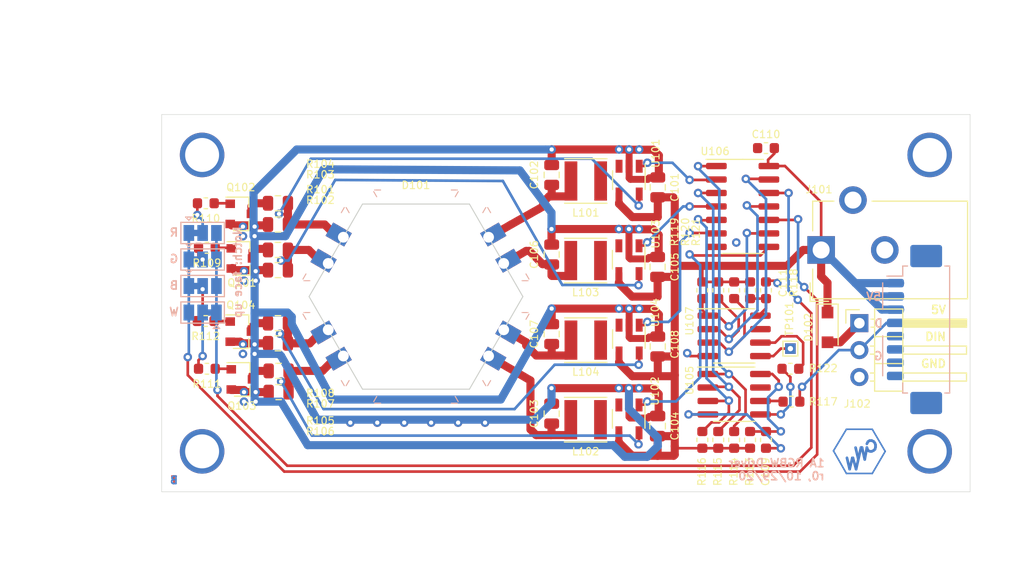
<source format=kicad_pcb>
(kicad_pcb (version 20171130) (host pcbnew 5.1.7-a382d34a8~87~ubuntu18.04.1)
  (layers (0 F.Cu signal) (31 B.Cu signal) (34 B.Paste user) (35 F.Paste user) (36 B.SilkS user) (37 F.SilkS user) (38 B.Mask user) (39 F.Mask user) (44 Edge.Cuts user))
  (net 0 "")
  (net 1 +5V)
  (net 2 GND)
  (net 3 /LED_R)
  (net 4 /LED_W)
  (net 5 /LED_G)
  (net 6 /LED_B)
  (net 7 "Net-(C109-Pad1)")
  (net 8 "Net-(C111-Pad1)")
  (net 9 "Net-(D101-Pad8)")
  (net 10 "Net-(D101-Pad7)")
  (net 11 "Net-(D101-Pad6)")
  (net 12 "Net-(D101-Pad5)")
  (net 13 "Net-(D102-Pad2)")
  (net 14 /DIN)
  (net 15 "Net-(Q101-Pad3)")
  (net 16 "Net-(Q101-Pad1)")
  (net 17 "Net-(Q102-Pad1)")
  (net 18 "Net-(Q102-Pad3)")
  (net 19 "Net-(Q103-Pad1)")
  (net 20 "Net-(Q103-Pad3)")
  (net 21 "Net-(Q104-Pad3)")
  (net 22 "Net-(Q104-Pad1)")
  (net 23 /PWM_BB)
  (net 24 /PWM_BW)
  (net 25 "Net-(R114-Pad1)")
  (net 26 "Net-(R115-Pad1)")
  (net 27 "Net-(R116-Pad1)")
  (net 28 "Net-(R117-Pad1)")
  (net 29 "Net-(R119-Pad1)")
  (net 30 "Net-(R120-Pad1)")
  (net 31 "Net-(R121-Pad1)")
  (net 32 "Net-(R122-Pad2)")
  (net 33 "Net-(R122-Pad1)")
  (net 34 "Net-(TP101-Pad1)")
  (net 35 "Net-(L101-Pad1)")
  (net 36 /PWM_R)
  (net 37 "Net-(L102-Pad1)")
  (net 38 /PWM_W)
  (net 39 /PWM_G)
  (net 40 "Net-(L103-Pad1)")
  (net 41 /PWM_B)
  (net 42 "Net-(L104-Pad1)")
  (net 43 "Net-(JP101-Pad1)")
  (net 44 "Net-(JP101-Pad3)")
  (net 45 /PWM_BR)
  (net 46 /PWM_BG)
  (module Connector_PinHeader_2.54mm:PinHeader_1x03_P2.54mm_Horizontal (layer F.Cu) (at 157.2 109.2)
    (fp_text reference J102 (at -0.2 7.6) (layer F.SilkS) (effects (font (size 0.7 0.7) (thickness 0.105))))
    (fp_text value Conn_01x03)
    (pad 3 thru_hole oval (at 0 5.08) (size 1.7 1.7) (drill 1) (layers *.Cu *.Mask) (net 2 GND))
    (pad 2 thru_hole oval (at 0 2.54) (size 1.7 1.7) (drill 1) (layers *.Cu *.Mask) (net 14 /DIN))
    (pad 1 thru_hole rect (at 0 0) (size 1.7 1.7) (drill 1) (layers *.Cu *.Mask) (net 13 "Net-(D102-Pad2)"))
  )
  (module Package_SO:SOIC-8_3.9x4.9mm_P1.27mm (layer F.Cu) (at 145.4 110.4)
    (fp_text reference U107 (at -4.2 -1.4 90) (layer F.SilkS) (effects (font (size 0.7 0.7) (thickness 0.105))))
    (fp_text value WS2811)
    (pad 8 smd roundrect (at 2.475 -1.905) (size 1.95 0.6) (layers F.Cu F.Paste F.Mask) (net 8 "Net-(C111-Pad1)"))
    (pad 7 smd roundrect (at 2.475 -0.635) (size 1.95 0.6) (layers F.Cu F.Paste F.Mask))
    (pad 6 smd roundrect (at 2.475 0.635) (size 1.95 0.6) (layers F.Cu F.Paste F.Mask) (net 33 "Net-(R122-Pad1)"))
    (pad 5 smd roundrect (at 2.475 1.905) (size 1.95 0.6) (layers F.Cu F.Paste F.Mask) (net 34 "Net-(TP101-Pad1)"))
    (pad 4 smd roundrect (at -2.475 1.905) (size 1.95 0.6) (layers F.Cu F.Paste F.Mask) (net 2 GND))
    (pad 3 smd roundrect (at -2.475 0.635) (size 1.95 0.6) (layers F.Cu F.Paste F.Mask) (net 31 "Net-(R121-Pad1)"))
    (pad 2 smd roundrect (at -2.475 -0.635) (size 1.95 0.6) (layers F.Cu F.Paste F.Mask) (net 30 "Net-(R120-Pad1)"))
    (pad 1 smd roundrect (at -2.475 -1.905) (size 1.95 0.6) (layers F.Cu F.Paste F.Mask) (net 29 "Net-(R119-Pad1)"))
  )
  (module Package_SO:SOIC-14_3.9x8.7mm_P1.27mm (layer F.Cu) (at 146.2 98.2)
    (fp_text reference U106 (at -2.6 -5.2) (layer F.SilkS) (effects (font (size 0.7 0.7) (thickness 0.105))))
    (fp_text value 74HC14D,653)
    (pad 1 smd roundrect (at -2.475 -3.81) (size 1.95 0.6) (layers F.Cu F.Paste F.Mask) (net 25 "Net-(R114-Pad1)"))
    (pad 2 smd roundrect (at -2.475 -2.54) (size 1.95 0.6) (layers F.Cu F.Paste F.Mask) (net 36 /PWM_R))
    (pad 3 smd roundrect (at -2.475 -1.27) (size 1.95 0.6) (layers F.Cu F.Paste F.Mask) (net 26 "Net-(R115-Pad1)"))
    (pad 4 smd roundrect (at -2.475 0) (size 1.95 0.6) (layers F.Cu F.Paste F.Mask) (net 39 /PWM_G))
    (pad 5 smd roundrect (at -2.475 1.27) (size 1.95 0.6) (layers F.Cu F.Paste F.Mask) (net 27 "Net-(R116-Pad1)"))
    (pad 6 smd roundrect (at -2.475 2.54) (size 1.95 0.6) (layers F.Cu F.Paste F.Mask) (net 41 /PWM_B))
    (pad 7 smd roundrect (at -2.475 3.81) (size 1.95 0.6) (layers F.Cu F.Paste F.Mask) (net 2 GND))
    (pad 8 smd roundrect (at 2.475 3.81) (size 1.95 0.6) (layers F.Cu F.Paste F.Mask) (net 38 /PWM_W))
    (pad 9 smd roundrect (at 2.475 2.54) (size 1.95 0.6) (layers F.Cu F.Paste F.Mask) (net 29 "Net-(R119-Pad1)"))
    (pad 10 smd roundrect (at 2.475 1.27) (size 1.95 0.6) (layers F.Cu F.Paste F.Mask) (net 43 "Net-(JP101-Pad1)"))
    (pad 11 smd roundrect (at 2.475 0) (size 1.95 0.6) (layers F.Cu F.Paste F.Mask) (net 30 "Net-(R120-Pad1)"))
    (pad 12 smd roundrect (at 2.475 -1.27) (size 1.95 0.6) (layers F.Cu F.Paste F.Mask) (net 44 "Net-(JP101-Pad3)"))
    (pad 13 smd roundrect (at 2.475 -2.54) (size 1.95 0.6) (layers F.Cu F.Paste F.Mask) (net 31 "Net-(R121-Pad1)"))
    (pad 14 smd roundrect (at 2.475 -3.81) (size 1.95 0.6) (layers F.Cu F.Paste F.Mask) (net 1 +5V))
  )
  (module Package_SO:SOIC-8_3.9x4.9mm_P1.27mm (layer F.Cu) (at 145.4 115.9)
    (fp_text reference U105 (at -4.2 -1.3 90) (layer F.SilkS) (effects (font (size 0.7 0.7) (thickness 0.105))))
    (fp_text value WS2811)
    (pad 8 smd roundrect (at 2.475 -1.905) (size 1.95 0.6) (layers F.Cu F.Paste F.Mask) (net 7 "Net-(C109-Pad1)"))
    (pad 7 smd roundrect (at 2.475 -0.635) (size 1.95 0.6) (layers F.Cu F.Paste F.Mask))
    (pad 6 smd roundrect (at 2.475 0.635) (size 1.95 0.6) (layers F.Cu F.Paste F.Mask) (net 28 "Net-(R117-Pad1)"))
    (pad 5 smd roundrect (at 2.475 1.905) (size 1.95 0.6) (layers F.Cu F.Paste F.Mask) (net 32 "Net-(R122-Pad2)"))
    (pad 4 smd roundrect (at -2.475 1.905) (size 1.95 0.6) (layers F.Cu F.Paste F.Mask) (net 2 GND))
    (pad 3 smd roundrect (at -2.475 0.635) (size 1.95 0.6) (layers F.Cu F.Paste F.Mask) (net 27 "Net-(R116-Pad1)"))
    (pad 2 smd roundrect (at -2.475 -0.635) (size 1.95 0.6) (layers F.Cu F.Paste F.Mask) (net 26 "Net-(R115-Pad1)"))
    (pad 1 smd roundrect (at -2.475 -1.905) (size 1.95 0.6) (layers F.Cu F.Paste F.Mask) (net 25 "Net-(R114-Pad1)"))
  )
  (module Inductor_SMD:L_Taiyo-Yuden_MD-4040 (layer F.Cu) (at 131.4 118.3 180)
    (fp_text reference L102 (at 0 -3) (layer F.SilkS) (effects (font (size 0.7 0.7) (thickness 0.105))))
    (fp_text value 4.7u)
    (pad 1 smd rect (at -1.4 0 180) (size 1.2 3.7) (layers F.Cu F.Paste F.Mask) (net 37 "Net-(L102-Pad1)"))
    (pad 2 smd rect (at 1.4 0 180) (size 1.2 3.7) (layers F.Cu F.Paste F.Mask) (net 4 /LED_W))
  )
  (module mylib:LED_Cree_XM-L_20mm_Module (layer F.Cu) (at 115.408 106.698)
    (fp_text reference D101 (at -0.008 -10.498 180) (layer F.SilkS) (effects (font (size 0.7 0.7) (thickness 0.105))))
    (fp_text value "Cree XM-L")
    (fp_line (start 5.038675 -8.727241) (end -5.038675 -8.727241) (layer Edge.Cuts) (width 0.1))
    (fp_line (start 10.07735 0) (end 5.038675 -8.727241) (layer Edge.Cuts) (width 0.1))
    (fp_line (start -5.038675 8.727241) (end 5.038675 8.727241) (layer Edge.Cuts) (width 0.1))
    (fp_line (start 5.038675 8.727241) (end 10.07735 0) (layer Edge.Cuts) (width 0.1))
    (fp_line (start -10.07735 0) (end -5.038675 8.727241) (layer Edge.Cuts) (width 0.1))
    (fp_line (start -5.038675 -8.727241) (end -10.07735 0) (layer Edge.Cuts) (width 0.1))
    (pad 8 thru_hole rect (at -6.845512 -5.597706 150) (size 2.032 1.45) (drill 1.016 (offset 0.508 0)) (layers *.Cu *.Mask) (net 9 "Net-(D101-Pad8)"))
    (pad 7 thru_hole rect (at -8.270512 -3.129534 150) (size 2.032 1.45) (drill 1.016 (offset 0.508 0)) (layers *.Cu *.Mask) (net 10 "Net-(D101-Pad7)"))
    (pad 6 thru_hole rect (at -8.270512 3.129534 210) (size 2.032 1.45) (drill 1.016 (offset 0.508 0)) (layers *.Cu *.Mask) (net 11 "Net-(D101-Pad6)"))
    (pad 5 thru_hole rect (at -6.845512 5.597707 210) (size 2.032 1.45) (drill 1.016 (offset 0.508 0)) (layers *.Cu *.Mask) (net 12 "Net-(D101-Pad5)"))
    (pad 4 thru_hole rect (at 6.845512 5.597706 330) (size 2.032 1.45) (drill 1.016 (offset 0.508 0)) (layers *.Cu *.Mask) (net 4 /LED_W))
    (pad 3 thru_hole rect (at 8.270512 3.129534 330) (size 2.032 1.45) (drill 1.016 (offset 0.508 0)) (layers *.Cu *.Mask) (net 6 /LED_B))
    (pad 2 thru_hole rect (at 8.270512 -3.129534 30) (size 2.032 1.45) (drill 1.016 (offset 0.508 0)) (layers *.Cu *.Mask) (net 5 /LED_G))
    (pad 1 thru_hole rect (at 6.845512 -5.597707 30) (size 2.032 1.45) (drill 1.016 (offset 0.508 0)) (layers *.Cu *.Mask) (net 3 /LED_R))
    (pad 1 smd rect (at 7.062018 -5.722706 120) (size 1.45 1.2) (drill (offset 0 0.6)) (layers F.Cu F.Mask) (net 3 /LED_R))
    (pad 2 smd rect (at 8.487018 -3.254534 120) (size 1.45 1.2) (drill (offset 0 0.6)) (layers F.Cu F.Mask) (net 5 /LED_G))
    (pad 3 smd rect (at 8.487018 3.254534 60) (size 1.45 1.2) (drill (offset 0 0.6)) (layers F.Cu F.Mask) (net 6 /LED_B))
    (pad 4 smd rect (at 7.062018 5.722706 60) (size 1.45 1.2) (drill (offset 0 0.6)) (layers F.Cu F.Mask) (net 4 /LED_W))
    (pad 5 smd rect (at -7.062018 5.722706 300) (size 1.45 1.2) (drill (offset 0 0.6)) (layers F.Cu F.Mask) (net 12 "Net-(D101-Pad5)"))
    (pad 6 smd rect (at -8.487018 3.254534 300) (size 1.45 1.2) (drill (offset 0 0.6)) (layers F.Cu F.Mask) (net 11 "Net-(D101-Pad6)"))
    (pad 8 smd rect (at -7.062018 -5.722706 240) (size 1.45 1.2) (drill (offset 0 0.6)) (layers F.Cu F.Mask) (net 9 "Net-(D101-Pad8)"))
    (pad 7 smd rect (at -8.487018 -3.254534 240) (size 1.45 1.2) (drill (offset 0 0.6)) (layers F.Cu F.Mask) (net 10 "Net-(D101-Pad7)"))
  )
  (module Resistor_SMD:R_0603_1608Metric (layer F.Cu) (at 142.4 120.2 270)
    (fp_text reference R116 (at 3 0.04725 90) (layer F.SilkS) (effects (font (size 0.7 0.7) (thickness 0.105))))
    (fp_text value 100k)
    (pad 2 smd roundrect (at 0.7875 0 270) (size 0.875 0.95) (layers F.Cu F.Paste F.Mask) (net 1 +5V))
    (pad 1 smd roundrect (at -0.7875 0 270) (size 0.875 0.95) (layers F.Cu F.Paste F.Mask) (net 27 "Net-(R116-Pad1)"))
  )
  (module Resistor_SMD:R_0805_2012Metric (layer F.Cu) (at 102.4 109.2 180)
    (fp_text reference R108 (at -4 -6.6) (layer F.SilkS) (effects (font (size 0.7 0.7) (thickness 0.105))))
    (fp_text value 0.120)
    (pad 2 smd roundrect (at 0.9375 0 180) (size 0.975 1.4) (layers F.Cu F.Paste F.Mask) (net 21 "Net-(Q104-Pad3)"))
    (pad 1 smd roundrect (at -0.9375 0 180) (size 0.975 1.4) (layers F.Cu F.Paste F.Mask) (net 11 "Net-(D101-Pad6)"))
  )
  (module Resistor_SMD:R_0805_2012Metric (layer F.Cu) (at 102.4 111.1 180)
    (fp_text reference R107 (at -4 -5.7) (layer F.SilkS) (effects (font (size 0.7 0.7) (thickness 0.105))))
    (fp_text value 0.270)
    (pad 1 smd roundrect (at -0.9375 0 180) (size 0.975 1.4) (layers F.Cu F.Paste F.Mask) (net 11 "Net-(D101-Pad6)"))
    (pad 2 smd roundrect (at 0.9375 0 180) (size 0.975 1.4) (layers F.Cu F.Paste F.Mask) (net 2 GND))
  )
  (module Resistor_SMD:R_0603_1608Metric (layer F.Cu) (at 95.5875 109 180)
    (fp_text reference R112 (at 0 -1.43) (layer F.SilkS) (effects (font (size 0.7 0.7) (thickness 0.105))))
    (fp_text value 100)
    (pad 1 smd roundrect (at -0.7875 0 180) (size 0.875 0.95) (layers F.Cu F.Paste F.Mask) (net 22 "Net-(Q104-Pad1)"))
    (pad 2 smd roundrect (at 0.7875 0 180) (size 0.875 0.95) (layers F.Cu F.Paste F.Mask) (net 23 /PWM_BB))
  )
  (module Package_TO_SOT_SMD:SOT-23 (layer F.Cu) (at 98.9 110)
    (fp_text reference Q104 (at 0 -2.5) (layer F.SilkS) (effects (font (size 0.7 0.7) (thickness 0.105))))
    (fp_text value Si2302CDS-T1)
    (pad 3 smd rect (at 1 0) (size 0.9 0.8) (layers F.Cu F.Paste F.Mask) (net 21 "Net-(Q104-Pad3)"))
    (pad 2 smd rect (at -1 0.95) (size 0.9 0.8) (layers F.Cu F.Paste F.Mask) (net 2 GND))
    (pad 1 smd rect (at -1 -0.95) (size 0.9 0.8) (layers F.Cu F.Paste F.Mask) (net 22 "Net-(Q104-Pad1)"))
  )
  (module Resistor_SMD:R_0603_1608Metric (layer F.Cu) (at 146.9 120.2 90)
    (fp_text reference R113 (at -3 -0.04725 90) (layer F.SilkS) (effects (font (size 0.7 0.7) (thickness 0.105))))
    (fp_text value 100)
    (pad 2 smd roundrect (at 0.7875 0 90) (size 0.875 0.95) (layers F.Cu F.Paste F.Mask) (net 7 "Net-(C109-Pad1)"))
    (pad 1 smd roundrect (at -0.7875 0 90) (size 0.875 0.95) (layers F.Cu F.Paste F.Mask) (net 1 +5V))
  )
  (module Resistor_SMD:R_0603_1608Metric (layer F.Cu) (at 150.8 116.6)
    (fp_text reference R117 (at 3 0) (layer F.SilkS) (effects (font (size 0.7 0.7) (thickness 0.105))))
    (fp_text value 33)
    (pad 1 smd roundrect (at -0.7875 0) (size 0.875 0.95) (layers F.Cu F.Paste F.Mask) (net 28 "Net-(R117-Pad1)"))
    (pad 2 smd roundrect (at 0.7875 0) (size 0.875 0.95) (layers F.Cu F.Paste F.Mask) (net 14 /DIN))
  )
  (module Capacitor_SMD:C_0603_1608Metric (layer F.Cu) (at 148.4 92.7 180)
    (fp_text reference C110 (at 0 1.3) (layer F.SilkS) (effects (font (size 0.7 0.7) (thickness 0.105))))
    (fp_text value 0.1u)
    (pad 2 smd roundrect (at 0.7875 0 180) (size 0.875 0.95) (layers F.Cu F.Paste F.Mask) (net 2 GND))
    (pad 1 smd roundrect (at -0.7875 0 180) (size 0.875 0.95) (layers F.Cu F.Paste F.Mask) (net 1 +5V))
  )
  (module Resistor_SMD:R_0603_1608Metric (layer F.Cu) (at 95.7 102.1 180)
    (fp_text reference R109 (at 0 -1.43) (layer F.SilkS) (effects (font (size 0.7 0.7) (thickness 0.105))))
    (fp_text value 100)
    (pad 2 smd roundrect (at 0.7875 0 180) (size 0.875 0.95) (layers F.Cu F.Paste F.Mask) (net 46 /PWM_BG))
    (pad 1 smd roundrect (at -0.7875 0 180) (size 0.875 0.95) (layers F.Cu F.Paste F.Mask) (net 16 "Net-(Q101-Pad1)"))
  )
  (module Resistor_SMD:R_0805_2012Metric (layer F.Cu) (at 102.4 97.9 180)
    (fp_text reference R104 (at -4 3.7) (layer F.SilkS) (effects (font (size 0.7 0.7) (thickness 0.105))))
    (fp_text value 0.120)
    (pad 2 smd roundrect (at 0.9375 0 180) (size 0.975 1.4) (layers F.Cu F.Paste F.Mask) (net 18 "Net-(Q102-Pad3)"))
    (pad 1 smd roundrect (at -0.9375 0 180) (size 0.975 1.4) (layers F.Cu F.Paste F.Mask) (net 9 "Net-(D101-Pad8)"))
  )
  (module Package_TO_SOT_SMD:TSOT-23-5 (layer F.Cu) (at 135.5 95.72 270)
    (fp_text reference U101 (at -2.52 -2.5 90) (layer F.SilkS) (effects (font (size 0.7 0.7) (thickness 0.105))))
    (fp_text value PAM2804)
    (pad 5 smd rect (at 1.31 -0.95 270) (size 1.22 0.65) (layers F.Cu F.Paste F.Mask) (net 9 "Net-(D101-Pad8)"))
    (pad 4 smd rect (at 1.31 0.95 270) (size 1.22 0.65) (layers F.Cu F.Paste F.Mask) (net 1 +5V))
    (pad 3 smd rect (at -1.31 0.95 270) (size 1.22 0.65) (layers F.Cu F.Paste F.Mask) (net 35 "Net-(L101-Pad1)"))
    (pad 2 smd rect (at -1.31 0 270) (size 1.22 0.65) (layers F.Cu F.Paste F.Mask) (net 2 GND))
    (pad 1 smd rect (at -1.31 -0.95 270) (size 1.22 0.65) (layers F.Cu F.Paste F.Mask) (net 36 /PWM_R))
  )
  (module Capacitor_SMD:C_0805_2012Metric (layer F.Cu) (at 128.2 117.73 90)
    (fp_text reference C103 (at 0 -1.65 90) (layer F.SilkS) (effects (font (size 0.7 0.7) (thickness 0.105))))
    (fp_text value 10u)
    (pad 1 smd roundrect (at -0.9375 0 90) (size 0.975 1.4) (layers F.Cu F.Paste F.Mask) (net 4 /LED_W))
    (pad 2 smd roundrect (at 0.9375 0 90) (size 0.975 1.4) (layers F.Cu F.Paste F.Mask) (net 2 GND))
  )
  (module Resistor_SMD:R_0805_2012Metric (layer F.Cu) (at 102.4625 115.7 180)
    (fp_text reference R106 (at -3.9375 -3.7) (layer F.SilkS) (effects (font (size 0.7 0.7) (thickness 0.105))))
    (fp_text value 0.270)
    (pad 1 smd roundrect (at -0.9375 0 180) (size 0.975 1.4) (layers F.Cu F.Paste F.Mask) (net 12 "Net-(D101-Pad5)"))
    (pad 2 smd roundrect (at 0.9375 0 180) (size 0.975 1.4) (layers F.Cu F.Paste F.Mask) (net 2 GND))
  )
  (module Package_TO_SOT_SMD:SOT-23 (layer F.Cu) (at 99 114.5)
    (fp_text reference Q103 (at 0 2.5) (layer F.SilkS) (effects (font (size 0.7 0.7) (thickness 0.105))))
    (fp_text value Si2302CDS-T1)
    (pad 1 smd rect (at -1 -0.95) (size 0.9 0.8) (layers F.Cu F.Paste F.Mask) (net 19 "Net-(Q103-Pad1)"))
    (pad 2 smd rect (at -1 0.95) (size 0.9 0.8) (layers F.Cu F.Paste F.Mask) (net 2 GND))
    (pad 3 smd rect (at 1 0) (size 0.9 0.8) (layers F.Cu F.Paste F.Mask) (net 20 "Net-(Q103-Pad3)"))
  )
  (module Resistor_SMD:R_0805_2012Metric (layer F.Cu) (at 102.4625 113.7 180)
    (fp_text reference R105 (at -3.9375 -4.7) (layer F.SilkS) (effects (font (size 0.7 0.7) (thickness 0.105))))
    (fp_text value 0.120)
    (pad 1 smd roundrect (at -0.9375 0 180) (size 0.975 1.4) (layers F.Cu F.Paste F.Mask) (net 12 "Net-(D101-Pad5)"))
    (pad 2 smd roundrect (at 0.9375 0 180) (size 0.975 1.4) (layers F.Cu F.Paste F.Mask) (net 20 "Net-(Q103-Pad3)"))
  )
  (module Package_TO_SOT_SMD:TSOT-23-5 (layer F.Cu) (at 135.484 118.22 270)
    (fp_text reference U102 (at -2.62 -2.45 90) (layer F.SilkS) (effects (font (size 0.7 0.7) (thickness 0.105))))
    (fp_text value PAM2804)
    (pad 5 smd rect (at 1.31 -0.95 270) (size 1.22 0.65) (layers F.Cu F.Paste F.Mask) (net 12 "Net-(D101-Pad5)"))
    (pad 4 smd rect (at 1.31 0.95 270) (size 1.22 0.65) (layers F.Cu F.Paste F.Mask) (net 1 +5V))
    (pad 3 smd rect (at -1.31 0.95 270) (size 1.22 0.65) (layers F.Cu F.Paste F.Mask) (net 37 "Net-(L102-Pad1)"))
    (pad 2 smd rect (at -1.31 0 270) (size 1.22 0.65) (layers F.Cu F.Paste F.Mask) (net 2 GND))
    (pad 1 smd rect (at -1.31 -0.95 270) (size 1.22 0.65) (layers F.Cu F.Paste F.Mask) (net 38 /PWM_W))
  )
  (module Resistor_SMD:R_0603_1608Metric (layer F.Cu) (at 95.7 113.5 180)
    (fp_text reference R111 (at 0 -1.43) (layer F.SilkS) (effects (font (size 0.7 0.7) (thickness 0.105))))
    (fp_text value 100)
    (pad 1 smd roundrect (at -0.7875 0 180) (size 0.875 0.95) (layers F.Cu F.Paste F.Mask) (net 19 "Net-(Q103-Pad1)"))
    (pad 2 smd roundrect (at 0.7875 0 180) (size 0.875 0.95) (layers F.Cu F.Paste F.Mask) (net 24 /PWM_BW))
  )
  (module Resistor_SMD:R_0805_2012Metric (layer F.Cu) (at 102.4 102.3 180)
    (fp_text reference R101 (at -4 5.7) (layer F.SilkS) (effects (font (size 0.7 0.7) (thickness 0.105))))
    (fp_text value 0.120)
    (pad 1 smd roundrect (at -0.9375 0 180) (size 0.975 1.4) (layers F.Cu F.Paste F.Mask) (net 10 "Net-(D101-Pad7)"))
    (pad 2 smd roundrect (at 0.9375 0 180) (size 0.975 1.4) (layers F.Cu F.Paste F.Mask) (net 15 "Net-(Q101-Pad3)"))
  )
  (module Capacitor_SMD:C_0805_2012Metric (layer F.Cu) (at 138.2 96.4 90)
    (fp_text reference C101 (at 0 1.6 90) (layer F.SilkS) (effects (font (size 0.7 0.7) (thickness 0.105))))
    (fp_text value 10u)
    (pad 1 smd roundrect (at -0.9375 0 90) (size 0.975 1.4) (layers F.Cu F.Paste F.Mask) (net 1 +5V))
    (pad 2 smd roundrect (at 0.9375 0 90) (size 0.975 1.4) (layers F.Cu F.Paste F.Mask) (net 2 GND))
  )
  (module Capacitor_SMD:C_0805_2012Metric (layer F.Cu) (at 128.2 95.23 90)
    (fp_text reference C102 (at 0 -1.65 90) (layer F.SilkS) (effects (font (size 0.7 0.7) (thickness 0.105))))
    (fp_text value 10u)
    (pad 1 smd roundrect (at -0.9375 0 90) (size 0.975 1.4) (layers F.Cu F.Paste F.Mask) (net 3 /LED_R))
    (pad 2 smd roundrect (at 0.9375 0 90) (size 0.975 1.4) (layers F.Cu F.Paste F.Mask) (net 2 GND))
  )
  (module Capacitor_SMD:C_0805_2012Metric (layer F.Cu) (at 138.184 103.9 90)
    (fp_text reference C105 (at 0 1.616 90) (layer F.SilkS) (effects (font (size 0.7 0.7) (thickness 0.105))))
    (fp_text value 10u)
    (pad 2 smd roundrect (at 0.9375 0 90) (size 0.975 1.4) (layers F.Cu F.Paste F.Mask) (net 2 GND))
    (pad 1 smd roundrect (at -0.9375 0 90) (size 0.975 1.4) (layers F.Cu F.Paste F.Mask) (net 1 +5V))
  )
  (module Capacitor_SMD:C_0805_2012Metric (layer F.Cu) (at 128.2 102.73 90)
    (fp_text reference C106 (at 0 -1.65 90) (layer F.SilkS) (effects (font (size 0.7 0.7) (thickness 0.105))))
    (fp_text value 10u)
    (pad 2 smd roundrect (at 0.9375 0 90) (size 0.975 1.4) (layers F.Cu F.Paste F.Mask) (net 2 GND))
    (pad 1 smd roundrect (at -0.9375 0 90) (size 0.975 1.4) (layers F.Cu F.Paste F.Mask) (net 5 /LED_G))
  )
  (module Capacitor_SMD:C_0805_2012Metric (layer F.Cu) (at 128.2 110.23 90)
    (fp_text reference C107 (at 0 -1.65 90) (layer F.SilkS) (effects (font (size 0.7 0.7) (thickness 0.105))))
    (fp_text value 10u)
    (pad 2 smd roundrect (at 0.9375 0 90) (size 0.975 1.4) (layers F.Cu F.Paste F.Mask) (net 2 GND))
    (pad 1 smd roundrect (at -0.9375 0 90) (size 0.975 1.4) (layers F.Cu F.Paste F.Mask) (net 6 /LED_B))
  )
  (module Capacitor_SMD:C_0805_2012Metric (layer F.Cu) (at 138.2 111.4 90)
    (fp_text reference C108 (at 0.2 1.6 90) (layer F.SilkS) (effects (font (size 0.7 0.7) (thickness 0.105))))
    (fp_text value 10u)
    (pad 1 smd roundrect (at -0.9375 0 90) (size 0.975 1.4) (layers F.Cu F.Paste F.Mask) (net 1 +5V))
    (pad 2 smd roundrect (at 0.9375 0 90) (size 0.975 1.4) (layers F.Cu F.Paste F.Mask) (net 2 GND))
  )
  (module Capacitor_SMD:C_0603_1608Metric (layer F.Cu) (at 148.4 120.2 270)
    (fp_text reference C109 (at 3 0.04725 90) (layer F.SilkS) (effects (font (size 0.7 0.7) (thickness 0.105))))
    (fp_text value 0.1u)
    (pad 1 smd roundrect (at -0.7875 0 270) (size 0.875 0.95) (layers F.Cu F.Paste F.Mask) (net 7 "Net-(C109-Pad1)"))
    (pad 2 smd roundrect (at 0.7875 0 270) (size 0.875 0.95) (layers F.Cu F.Paste F.Mask) (net 2 GND))
  )
  (module Capacitor_SMD:C_0603_1608Metric (layer F.Cu) (at 148.4 106.1 90)
    (fp_text reference C111 (at 0.7 1.6 90) (layer F.SilkS) (effects (font (size 0.7 0.7) (thickness 0.105))))
    (fp_text value 0.1u)
    (pad 2 smd roundrect (at 0.7875 0 90) (size 0.875 0.95) (layers F.Cu F.Paste F.Mask) (net 2 GND))
    (pad 1 smd roundrect (at -0.7875 0 90) (size 0.875 0.95) (layers F.Cu F.Paste F.Mask) (net 8 "Net-(C111-Pad1)"))
  )
  (module Diode_SMD:D_SOD-123F (layer F.Cu) (at 154.2 109.6 270)
    (fp_text reference D102 (at 0 1.8 90) (layer F.SilkS) (effects (font (size 0.7 0.7) (thickness 0.105))))
    (fp_text value PMEG4030)
    (pad 2 smd rect (at 1.4 0 270) (size 1.1 1.1) (layers F.Cu F.Paste F.Mask) (net 13 "Net-(D102-Pad2)"))
    (pad 1 smd rect (at -1.4 0 270) (size 1.1 1.1) (layers F.Cu F.Paste F.Mask) (net 1 +5V))
  )
  (module Connector_BarrelJack:BarrelJack_CUI_PJ-102AH_Horizontal (layer F.Cu) (at 153.6 102.3 90)
    (fp_text reference J101 (at 5.7 -0.2) (layer F.SilkS) (effects (font (size 0.7 0.7) (thickness 0.105))))
    (fp_text value PJ-102AH)
    (pad 1 thru_hole rect (at 0 0 90) (size 2.6 2.6) (drill 1.6) (layers *.Cu *.Mask) (net 1 +5V))
    (pad 2 thru_hole circle (at 0 6 90) (size 2.6 2.6) (drill 1.6) (layers *.Cu *.Mask) (net 2 GND))
    (pad 3 thru_hole circle (at 4.7 3 90) (size 2.6 2.6) (drill 1.6) (layers *.Cu *.Mask) (net 2 GND))
  )
  (module mylib:MYLIB_CWW_COPPER (layer B.Cu) (at 157.2 121.3358 180)
    (fp_text reference LOGO101 hide)
    (fp_text value MYLIB_CWW_COPPER hide)
    (fp_line (start 0.3556 0.4064) (end 0.1016 -0.6604) (layer B.Cu) (width 0.254))
    (fp_line (start 0.9144 -1.6256) (end 1.1684 -0.5588) (layer B.Cu) (width 0.254))
    (fp_line (start 0.6604 -0.5588) (end 0.9144 -1.6256) (layer B.Cu) (width 0.254))
    (fp_line (start 0.6096 -0.5588) (end 0.6604 -0.5588) (layer B.Cu) (width 0.254))
    (fp_line (start 0.3048 -1.6256) (end 0.6096 -0.5588) (layer B.Cu) (width 0.254))
    (fp_line (start -0.1524 0.4064) (end 0.3048 -1.6256) (layer B.Cu) (width 0.254))
    (fp_line (start -0.254 0.4064) (end -0.1524 0.4064) (layer B.Cu) (width 0.254))
    (fp_line (start -0.508 -0.7112) (end -0.254 0.4064) (layer B.Cu) (width 0.254))
    (fp_line (start -0.7112 0.4064) (end -0.508 -0.7112) (layer B.Cu) (width 0.254))
    (fp_line (start -0.762 0.254) (end -0.7112 0.4064) (layer B.Cu) (width 0.254))
    (fp_line (start -0.8636 0.1016) (end -0.762 0.254) (layer B.Cu) (width 0.254))
    (fp_line (start -1.016 0.0508) (end -0.8636 0.1016) (layer B.Cu) (width 0.254))
    (fp_line (start -1.1684 0.0508) (end -1.016 0.0508) (layer B.Cu) (width 0.254))
    (fp_line (start -1.3716 0.1524) (end -1.1684 0.0508) (layer B.Cu) (width 0.254))
    (fp_line (start -1.4732 0.254) (end -1.3716 0.1524) (layer B.Cu) (width 0.254))
    (fp_line (start -1.524 0.4572) (end -1.4732 0.254) (layer B.Cu) (width 0.254))
    (fp_line (start -1.524 0.6604) (end -1.524 0.4572) (layer B.Cu) (width 0.254))
    (fp_line (start -1.4732 0.8128) (end -1.524 0.6604) (layer B.Cu) (width 0.254))
    (fp_line (start -1.3716 0.9652) (end -1.4732 0.8128) (layer B.Cu) (width 0.254))
    (fp_line (start -1.1684 1.0668) (end -1.3716 0.9652) (layer B.Cu) (width 0.254))
    (fp_line (start -0.9652 1.0668) (end -1.1684 1.0668) (layer B.Cu) (width 0.254))
    (fp_line (start -0.8128 0.9652) (end -0.9652 1.0668) (layer B.Cu) (width 0.254))
    (fp_line (start -0.7112 0.762) (end -0.8128 0.9652) (layer B.Cu) (width 0.254))
    (fp_line (start -1.2192 -2.032) (end -2.4384 0.0508) (layer B.Cu) (width 0.1524))
    (fp_line (start 1.2192 -2.032) (end -1.2192 -2.032) (layer B.Cu) (width 0.1524))
    (fp_line (start 2.4384 0.1016) (end 1.2192 -2.032) (layer B.Cu) (width 0.1524))
    (fp_line (start 1.2192 2.1336) (end 2.4384 0.1016) (layer B.Cu) (width 0.1524))
    (fp_line (start -1.2192 2.1336) (end 1.2192 2.1336) (layer B.Cu) (width 0.1524))
    (fp_line (start -2.4384 0.0508) (end -1.2192 2.1336) (layer B.Cu) (width 0.1524))
  )
  (module mylib:MountingHole_3.2mm_M3_ISO14580_Pad (layer F.Cu) (at 95.25 93.345)
    (fp_text reference MK101 hide)
    (fp_text value Mounting_Hole_PAD hide)
    (pad 1 thru_hole circle (at 0 0) (size 4.2 4.2) (drill 3.2) (layers *.Cu *.Mask) (net 2 GND))
  )
  (module mylib:MountingHole_3.2mm_M3_ISO14580_Pad (layer F.Cu) (at 163.83 93.345)
    (fp_text reference MK102 hide)
    (fp_text value Mounting_Hole_PAD hide)
    (pad 1 thru_hole circle (at 0 0) (size 4.2 4.2) (drill 3.2) (layers *.Cu *.Mask) (net 2 GND))
  )
  (module mylib:MountingHole_3.2mm_M3_ISO14580_Pad (layer F.Cu) (at 163.83 121.285)
    (fp_text reference MK103 hide)
    (fp_text value Mounting_Hole_PAD hide)
    (pad 1 thru_hole circle (at 0 0) (size 4.2 4.2) (drill 3.2) (layers *.Cu *.Mask) (net 2 GND))
  )
  (module mylib:MountingHole_3.2mm_M3_ISO14580_Pad (layer F.Cu) (at 95.25 121.285)
    (fp_text reference MK104 hide)
    (fp_text value Mounting_Hole_PAD hide)
    (pad 1 thru_hole circle (at 0 0) (size 4.2 4.2) (drill 3.2) (layers *.Cu *.Mask) (net 2 GND))
  )
  (module Package_TO_SOT_SMD:SOT-23 (layer F.Cu) (at 99 103.1)
    (fp_text reference Q101 (at 0 2.3) (layer F.SilkS) (effects (font (size 0.7 0.7) (thickness 0.105))))
    (fp_text value Si2302CDS-T1)
    (pad 3 smd rect (at 1 0) (size 0.9 0.8) (layers F.Cu F.Paste F.Mask) (net 15 "Net-(Q101-Pad3)"))
    (pad 2 smd rect (at -1 0.95) (size 0.9 0.8) (layers F.Cu F.Paste F.Mask) (net 2 GND))
    (pad 1 smd rect (at -1 -0.95) (size 0.9 0.8) (layers F.Cu F.Paste F.Mask) (net 16 "Net-(Q101-Pad1)"))
  )
  (module Package_TO_SOT_SMD:SOT-23 (layer F.Cu) (at 98.9 98.9)
    (fp_text reference Q102 (at 0 -2.5) (layer F.SilkS) (effects (font (size 0.7 0.7) (thickness 0.105))))
    (fp_text value Si2302CDS-T1)
    (pad 1 smd rect (at -1 -0.95) (size 0.9 0.8) (layers F.Cu F.Paste F.Mask) (net 17 "Net-(Q102-Pad1)"))
    (pad 2 smd rect (at -1 0.95) (size 0.9 0.8) (layers F.Cu F.Paste F.Mask) (net 2 GND))
    (pad 3 smd rect (at 1 0) (size 0.9 0.8) (layers F.Cu F.Paste F.Mask) (net 18 "Net-(Q102-Pad3)"))
  )
  (module Resistor_SMD:R_0805_2012Metric (layer F.Cu) (at 102.4 104.2 180)
    (fp_text reference R102 (at -4 6.6) (layer F.SilkS) (effects (font (size 0.7 0.7) (thickness 0.105))))
    (fp_text value 0.270)
    (pad 2 smd roundrect (at 0.9375 0 180) (size 0.975 1.4) (layers F.Cu F.Paste F.Mask) (net 2 GND))
    (pad 1 smd roundrect (at -0.9375 0 180) (size 0.975 1.4) (layers F.Cu F.Paste F.Mask) (net 10 "Net-(D101-Pad7)"))
  )
  (module Resistor_SMD:R_0805_2012Metric (layer F.Cu) (at 102.4 99.9 180)
    (fp_text reference R103 (at -4 4.7) (layer F.SilkS) (effects (font (size 0.7 0.7) (thickness 0.105))))
    (fp_text value 0.270)
    (pad 2 smd roundrect (at 0.9375 0 180) (size 0.975 1.4) (layers F.Cu F.Paste F.Mask) (net 2 GND))
    (pad 1 smd roundrect (at -0.9375 0 180) (size 0.975 1.4) (layers F.Cu F.Paste F.Mask) (net 9 "Net-(D101-Pad8)"))
  )
  (module Resistor_SMD:R_0603_1608Metric (layer F.Cu) (at 95.6 97.9 180)
    (fp_text reference R110 (at 0 -1.43) (layer F.SilkS) (effects (font (size 0.7 0.7) (thickness 0.105))))
    (fp_text value 100)
    (pad 2 smd roundrect (at 0.7875 0 180) (size 0.875 0.95) (layers F.Cu F.Paste F.Mask) (net 45 /PWM_BR))
    (pad 1 smd roundrect (at -0.7875 0 180) (size 0.875 0.95) (layers F.Cu F.Paste F.Mask) (net 17 "Net-(Q102-Pad1)"))
  )
  (module Resistor_SMD:R_0603_1608Metric (layer F.Cu) (at 145.4 120.2 270)
    (fp_text reference R114 (at 3 0.04725 90) (layer F.SilkS) (effects (font (size 0.7 0.7) (thickness 0.105))))
    (fp_text value 100k)
    (pad 2 smd roundrect (at 0.7875 0 270) (size 0.875 0.95) (layers F.Cu F.Paste F.Mask) (net 1 +5V))
    (pad 1 smd roundrect (at -0.7875 0 270) (size 0.875 0.95) (layers F.Cu F.Paste F.Mask) (net 25 "Net-(R114-Pad1)"))
  )
  (module Resistor_SMD:R_0603_1608Metric (layer F.Cu) (at 143.9 120.2 270)
    (fp_text reference R115 (at 3 0.04725 90) (layer F.SilkS) (effects (font (size 0.7 0.7) (thickness 0.105))))
    (fp_text value 100k)
    (pad 1 smd roundrect (at -0.7875 0 270) (size 0.875 0.95) (layers F.Cu F.Paste F.Mask) (net 26 "Net-(R115-Pad1)"))
    (pad 2 smd roundrect (at 0.7875 0 270) (size 0.875 0.95) (layers F.Cu F.Paste F.Mask) (net 1 +5V))
  )
  (module Resistor_SMD:R_0603_1608Metric (layer F.Cu) (at 146.9 106.1 270)
    (fp_text reference R118 (at -0.7 -4.1 90) (layer F.SilkS) (effects (font (size 0.7 0.7) (thickness 0.105))))
    (fp_text value 100)
    (pad 1 smd roundrect (at -0.7875 0 270) (size 0.875 0.95) (layers F.Cu F.Paste F.Mask) (net 1 +5V))
    (pad 2 smd roundrect (at 0.7875 0 270) (size 0.875 0.95) (layers F.Cu F.Paste F.Mask) (net 8 "Net-(C111-Pad1)"))
  )
  (module Resistor_SMD:R_0603_1608Metric (layer F.Cu) (at 142.4 106.1 90)
    (fp_text reference R119 (at 5.5 -2.63 90) (layer F.SilkS) (effects (font (size 0.7 0.7) (thickness 0.105))))
    (fp_text value 100k)
    (pad 2 smd roundrect (at 0.7875 0 90) (size 0.875 0.95) (layers F.Cu F.Paste F.Mask) (net 1 +5V))
    (pad 1 smd roundrect (at -0.7875 0 90) (size 0.875 0.95) (layers F.Cu F.Paste F.Mask) (net 29 "Net-(R119-Pad1)"))
  )
  (module Resistor_SMD:R_0603_1608Metric (layer F.Cu) (at 143.9 106.1 90)
    (fp_text reference R120 (at 5.5 -3.1 90) (layer F.SilkS) (effects (font (size 0.7 0.7) (thickness 0.105))))
    (fp_text value 100k)
    (pad 1 smd roundrect (at -0.7875 0 90) (size 0.875 0.95) (layers F.Cu F.Paste F.Mask) (net 30 "Net-(R120-Pad1)"))
    (pad 2 smd roundrect (at 0.7875 0 90) (size 0.875 0.95) (layers F.Cu F.Paste F.Mask) (net 1 +5V))
  )
  (module Resistor_SMD:R_0603_1608Metric (layer F.Cu) (at 145.4 106.1 90)
    (fp_text reference R121 (at 5.5 -3.6 90) (layer F.SilkS) (effects (font (size 0.7 0.7) (thickness 0.105))))
    (fp_text value 100k)
    (pad 2 smd roundrect (at 0.7875 0 90) (size 0.875 0.95) (layers F.Cu F.Paste F.Mask) (net 1 +5V))
    (pad 1 smd roundrect (at -0.7875 0 90) (size 0.875 0.95) (layers F.Cu F.Paste F.Mask) (net 31 "Net-(R121-Pad1)"))
  )
  (module Resistor_SMD:R_0603_1608Metric (layer F.Cu) (at 150.7 113.5 180)
    (fp_text reference R122 (at -3.1 0.04725) (layer F.SilkS) (effects (font (size 0.7 0.7) (thickness 0.105))))
    (fp_text value 33)
    (pad 2 smd roundrect (at 0.7875 0 180) (size 0.875 0.95) (layers F.Cu F.Paste F.Mask) (net 32 "Net-(R122-Pad2)"))
    (pad 1 smd roundrect (at -0.7875 0 180) (size 0.875 0.95) (layers F.Cu F.Paste F.Mask) (net 33 "Net-(R122-Pad1)"))
  )
  (module Package_TO_SOT_SMD:TSOT-23-5 (layer F.Cu) (at 135.484 103.22 270)
    (fp_text reference U103 (at -2.42 -2.516 90) (layer F.SilkS) (effects (font (size 0.7 0.7) (thickness 0.105))))
    (fp_text value PAM2804)
    (pad 1 smd rect (at -1.31 -0.95 270) (size 1.22 0.65) (layers F.Cu F.Paste F.Mask) (net 39 /PWM_G))
    (pad 2 smd rect (at -1.31 0 270) (size 1.22 0.65) (layers F.Cu F.Paste F.Mask) (net 2 GND))
    (pad 3 smd rect (at -1.31 0.95 270) (size 1.22 0.65) (layers F.Cu F.Paste F.Mask) (net 40 "Net-(L103-Pad1)"))
    (pad 4 smd rect (at 1.31 0.95 270) (size 1.22 0.65) (layers F.Cu F.Paste F.Mask) (net 1 +5V))
    (pad 5 smd rect (at 1.31 -0.95 270) (size 1.22 0.65) (layers F.Cu F.Paste F.Mask) (net 10 "Net-(D101-Pad7)"))
  )
  (module Package_TO_SOT_SMD:TSOT-23-5 (layer F.Cu) (at 135.5 110.7 270)
    (fp_text reference U104 (at -2.5 -2.45 90) (layer F.SilkS) (effects (font (size 0.7 0.7) (thickness 0.105))))
    (fp_text value PAM2804)
    (pad 1 smd rect (at -1.31 -0.95 270) (size 1.22 0.65) (layers F.Cu F.Paste F.Mask) (net 41 /PWM_B))
    (pad 2 smd rect (at -1.31 0 270) (size 1.22 0.65) (layers F.Cu F.Paste F.Mask) (net 2 GND))
    (pad 3 smd rect (at -1.31 0.95 270) (size 1.22 0.65) (layers F.Cu F.Paste F.Mask) (net 42 "Net-(L104-Pad1)"))
    (pad 4 smd rect (at 1.31 0.95 270) (size 1.22 0.65) (layers F.Cu F.Paste F.Mask) (net 1 +5V))
    (pad 5 smd rect (at 1.31 -0.95 270) (size 1.22 0.65) (layers F.Cu F.Paste F.Mask) (net 11 "Net-(D101-Pad6)"))
  )
  (module Inductor_SMD:L_Taiyo-Yuden_MD-4040 (layer F.Cu) (at 131.416 95.8 180)
    (fp_text reference L101 (at 0 -3) (layer F.SilkS) (effects (font (size 0.7 0.7) (thickness 0.105))))
    (fp_text value 4.7u)
    (pad 1 smd rect (at -1.4 0 180) (size 1.2 3.7) (layers F.Cu F.Paste F.Mask) (net 35 "Net-(L101-Pad1)"))
    (pad 2 smd rect (at 1.4 0 180) (size 1.2 3.7) (layers F.Cu F.Paste F.Mask) (net 3 /LED_R))
  )
  (module Inductor_SMD:L_Taiyo-Yuden_MD-4040 (layer F.Cu) (at 131.4 103.3 180)
    (fp_text reference L103 (at 0 -3) (layer F.SilkS) (effects (font (size 0.7 0.7) (thickness 0.105))))
    (fp_text value 4.7u)
    (pad 2 smd rect (at 1.4 0 180) (size 1.2 3.7) (layers F.Cu F.Paste F.Mask) (net 5 /LED_G))
    (pad 1 smd rect (at -1.4 0 180) (size 1.2 3.7) (layers F.Cu F.Paste F.Mask) (net 40 "Net-(L103-Pad1)"))
  )
  (module Inductor_SMD:L_Taiyo-Yuden_MD-4040 (layer F.Cu) (at 131.416 110.8 180)
    (fp_text reference L104 (at 0 -3) (layer F.SilkS) (effects (font (size 0.7 0.7) (thickness 0.105))))
    (fp_text value 4.7u)
    (pad 2 smd rect (at 1.4 0 180) (size 1.2 3.7) (layers F.Cu F.Paste F.Mask) (net 6 /LED_B))
    (pad 1 smd rect (at -1.4 0 180) (size 1.2 3.7) (layers F.Cu F.Paste F.Mask) (net 42 "Net-(L104-Pad1)"))
  )
  (module Capacitor_SMD:C_0805_2012Metric (layer F.Cu) (at 138.184 118.9 90)
    (fp_text reference C104 (at 0 1.616 90) (layer F.SilkS) (effects (font (size 0.7 0.7) (thickness 0.105))))
    (fp_text value 10u)
    (pad 1 smd roundrect (at -0.95 0 90) (size 1 1.45) (layers F.Cu F.Paste F.Mask) (net 1 +5V))
    (pad 2 smd roundrect (at 0.95 0 90) (size 1 1.45) (layers F.Cu F.Paste F.Mask) (net 2 GND))
  )
  (module TestPoint:TestPoint_THTPad_1.0x1.0mm_Drill0.5mm (layer F.Cu) (at 150.7 111.6 90)
    (fp_text reference TP101 (at 2.8 -0.1 90) (layer F.SilkS) (effects (font (size 0.7 0.7) (thickness 0.105))))
    (fp_text value TestPoint)
    (pad 1 thru_hole rect (at 0 0 90) (size 1 1) (drill 0.5) (layers *.Cu *.Mask) (net 34 "Net-(TP101-Pad1)"))
  )
  (module Jumper:SolderJumper-3_P1.3mm_Bridged12_Pad1.0x1.5mm (layer B.Cu) (at 95.3 100.7)
    (fp_text reference JP101 hide)
    (fp_text value SolderJumper_3_Bridged12 hide)
    (fp_poly (pts (xy -0.9 0.3) (xy -0.4 0.3) (xy -0.4 -0.3) (xy -0.9 -0.3)) (layer B.Cu) (width 0))
    (pad 1 smd rect (at -1.3 0) (size 1 1.5) (layers B.Cu B.Mask) (net 43 "Net-(JP101-Pad1)"))
    (pad 3 smd rect (at 1.3 0) (size 1 1.5) (layers B.Cu B.Mask) (net 44 "Net-(JP101-Pad3)"))
    (pad 2 smd rect (at 0 0) (size 1 1.5) (layers B.Cu B.Mask) (net 45 /PWM_BR))
  )
  (module Jumper:SolderJumper-3_P1.3mm_Bridged12_Pad1.0x1.5mm (layer B.Cu) (at 95.3 103.2)
    (fp_text reference JP102 hide)
    (fp_text value SolderJumper_3_Bridged12 hide)
    (fp_poly (pts (xy -0.9 0.3) (xy -0.4 0.3) (xy -0.4 -0.3) (xy -0.9 -0.3)) (layer B.Cu) (width 0))
    (pad 2 smd rect (at 0 0) (size 1 1.5) (layers B.Cu B.Mask) (net 46 /PWM_BG))
    (pad 3 smd rect (at 1.3 0) (size 1 1.5) (layers B.Cu B.Mask) (net 44 "Net-(JP101-Pad3)"))
    (pad 1 smd rect (at -1.3 0) (size 1 1.5) (layers B.Cu B.Mask) (net 43 "Net-(JP101-Pad1)"))
  )
  (module Jumper:SolderJumper-3_P1.3mm_Bridged12_Pad1.0x1.5mm (layer B.Cu) (at 95.3 105.7)
    (fp_text reference JP103 hide)
    (fp_text value SolderJumper_3_Bridged12 hide)
    (fp_poly (pts (xy -0.9 0.3) (xy -0.4 0.3) (xy -0.4 -0.3) (xy -0.9 -0.3)) (layer B.Cu) (width 0))
    (pad 1 smd rect (at -1.3 0) (size 1 1.5) (layers B.Cu B.Mask) (net 43 "Net-(JP101-Pad1)"))
    (pad 3 smd rect (at 1.3 0) (size 1 1.5) (layers B.Cu B.Mask) (net 44 "Net-(JP101-Pad3)"))
    (pad 2 smd rect (at 0 0) (size 1 1.5) (layers B.Cu B.Mask) (net 23 /PWM_BB))
  )
  (module Jumper:SolderJumper-3_P1.3mm_Bridged12_Pad1.0x1.5mm (layer B.Cu) (at 95.3 108.2 180)
    (fp_text reference JP104 hide)
    (fp_text value SolderJumper_3_Bridged12 hide)
    (fp_poly (pts (xy -0.9 0.3) (xy -0.4 0.3) (xy -0.4 -0.3) (xy -0.9 -0.3)) (layer B.Cu) (width 0))
    (pad 2 smd rect (at 0 0 180) (size 1 1.5) (layers B.Cu B.Mask) (net 24 /PWM_BW))
    (pad 3 smd rect (at 1.3 0 180) (size 1 1.5) (layers B.Cu B.Mask) (net 43 "Net-(JP101-Pad1)"))
    (pad 1 smd rect (at -1.3 0 180) (size 1 1.5) (layers B.Cu B.Mask) (net 44 "Net-(JP101-Pad3)"))
  )
  (module Connector_Molex:Molex_PicoBlade_53261-0871_1x08-1MP_P1.25mm_Horizontal (layer B.Cu) (at 163 109.8 270)
    (fp_text reference J103 hide)
    (fp_text value "JST 1.25mm")
    (pad 1 smd roundrect (at -4.375 2.4 270) (size 0.8 1.6) (layers B.Cu B.Paste B.Mask) (net 1 +5V))
    (pad 2 smd roundrect (at -3.125 2.4 270) (size 0.8 1.6) (layers B.Cu B.Paste B.Mask) (net 1 +5V))
    (pad 3 smd roundrect (at -1.875 2.4 270) (size 0.8 1.6) (layers B.Cu B.Paste B.Mask) (net 1 +5V))
    (pad 4 smd roundrect (at -0.625 2.4 270) (size 0.8 1.6) (layers B.Cu B.Paste B.Mask) (net 14 /DIN))
    (pad 5 smd roundrect (at 0.625 2.4 270) (size 0.8 1.6) (layers B.Cu B.Paste B.Mask) (net 2 GND))
    (pad 6 smd roundrect (at 1.875 2.4 270) (size 0.8 1.6) (layers B.Cu B.Paste B.Mask) (net 2 GND))
    (pad 7 smd roundrect (at 3.125 2.4 270) (size 0.8 1.6) (layers B.Cu B.Paste B.Mask) (net 2 GND))
    (pad 8 smd roundrect (at 4.375 2.4 270) (size 0.8 1.6) (layers B.Cu B.Paste B.Mask) (net 2 GND))
    (pad MP smd roundrect (at -6.925 -0.5 270) (size 2.1 3) (layers B.Cu B.Paste B.Mask) (roundrect_rratio 0.1190471428571429) (net 2 GND))
    (pad MP smd roundrect (at 6.925 -0.5 270) (size 2.1 3) (layers B.Cu B.Paste B.Mask) (roundrect_rratio 0.1190471428571429) (net 2 GND))
  )
  (gr_line (start 159.4 105.4) (end 159.4 107.9) (layer B.SilkS) (width 0.12))
  (gr_line (start 159.4 110.4) (end 159.4 114.16096) (layer B.SilkS) (width 0.12))
  (gr_text G (at 158.99 112.3) (layer B.SilkS) (effects (font (size 0.762 0.762) (thickness 0.1524)) (justify mirror)))
  (gr_text D (at 159.01 109.22) (layer B.SilkS) (effects (font (size 0.762 0.762) (thickness 0.1524)) (justify mirror)))
  (gr_text 5V (at 159.34 106.7) (layer B.SilkS) (effects (font (size 0.762 0.762) (thickness 0.1524)) (justify left mirror)))
  (gr_text 5V (at 163.868743 107.93904) (layer F.SilkS) (effects (font (size 0.762 0.762) (thickness 0.1524)) (justify left)))
  (gr_text GND (at 162.925314 113.01904) (layer F.SilkS) (effects (font (size 0.762 0.762) (thickness 0.1524)) (justify left)))
  (gr_text DIN (at 163.324457 110.47904) (layer F.SilkS) (effects (font (size 0.762 0.762) (thickness 0.1524)) (justify left)))
  (gr_text "1A RGBW Driver \nr0, 10/29/20" (at 154 123) (layer B.SilkS) (effects (font (size 0.762 0.762) (thickness 0.1524)) (justify left mirror)))
  (gr_text B (at 92.6 124) (layer B.Cu) (effects (font (size 0.7 0.7) (thickness 0.1524)) (justify mirror)))
  (gr_text T (at 92.6 124) (layer F.Cu) (effects (font (size 0.7 0.7) (thickness 0.1524)) (justify mirror)))
  (gr_text "Notch: face up" (at 98.6 104.4 90) (layer B.SilkS) (effects (font (size 0.762 0.762) (thickness 0.1524)) (justify mirror)))
  (gr_text W (at 92.6 108.13904) (layer B.SilkS) (effects (font (size 0.762 0.762) (thickness 0.1524)) (justify mirror)))
  (gr_text B (at 92.6 105.63904) (layer B.SilkS) (effects (font (size 0.762 0.762) (thickness 0.1524)) (justify mirror)))
  (gr_text G (at 92.6 103.13904) (layer B.SilkS) (effects (font (size 0.762 0.762) (thickness 0.1524)) (justify mirror)))
  (gr_text R (at 92.6 100.65275) (layer B.SilkS) (effects (font (size 0.762 0.762) (thickness 0.1524)) (justify mirror)))
  (gr_line (start 167.64 125.095) (end 167.64 89.535) (layer Edge.Cuts) (width 0.05))
  (gr_line (start 91.44 125.095) (end 167.64 125.095) (layer Edge.Cuts) (width 0.05))
  (gr_line (start 91.44 89.535) (end 91.44 125.095) (layer Edge.Cuts) (width 0.05))
  (gr_line (start 167.64 89.535) (end 91.44 89.535) (layer Edge.Cuts) (width 0.05))
  (segment (start 134.55 112.002) (end 134.55 112.85) (width 0.65) (layer F.Cu) (net 1))
  (segment (start 134.534 120.449884) (end 134.534 120.35) (width 0.762) (layer F.Cu) (net 1))
  (segment (start 134.55 112.949884) (end 134.55 112.85) (width 0.762) (layer F.Cu) (net 1))
  (segment (start 138.184 119.8375) (end 138.184 121.7) (width 0.762) (layer F.Cu) (net 1))
  (segment (start 135.800116 114.2) (end 134.55 112.949884) (width 0.762) (layer F.Cu) (net 1))
  (segment (start 134.534 119.502) (end 134.534 120.35) (width 0.65) (layer F.Cu) (net 1))
  (segment (start 138.184 121.7) (end 135.784116 121.7) (width 0.762) (layer F.Cu) (net 1))
  (segment (start 138.2 112.3375) (end 138.2 114.2) (width 0.762) (layer F.Cu) (net 1))
  (segment (start 135.784116 121.7) (end 134.534 120.449884) (width 0.762) (layer F.Cu) (net 1))
  (segment (start 138.2 114.2) (end 135.800116 114.2) (width 0.762) (layer F.Cu) (net 1))
  (segment (start 134.534 104.502) (end 134.534 105.35) (width 0.65) (layer F.Cu) (net 1))
  (segment (start 134.534 105.449884) (end 134.534 105.35) (width 0.762) (layer F.Cu) (net 1))
  (segment (start 135.784116 106.7) (end 134.534 105.449884) (width 0.762) (layer F.Cu) (net 1))
  (segment (start 138.184 104.8375) (end 138.184 106.7) (width 0.762) (layer F.Cu) (net 1))
  (segment (start 138.184 106.7) (end 135.784116 106.7) (width 0.762) (layer F.Cu) (net 1))
  (segment (start 134.55 97.002) (end 134.55 97.85) (width 0.65) (layer F.Cu) (net 1))
  (segment (start 138.2 97.3375) (end 138.2 99.2) (width 0.762) (layer F.Cu) (net 1))
  (segment (start 134.55 97.949884) (end 134.55 97.85) (width 0.762) (layer F.Cu) (net 1))
  (segment (start 135.800116 99.2) (end 134.55 97.949884) (width 0.762) (layer F.Cu) (net 1))
  (segment (start 138.2 99.2) (end 135.800116 99.2) (width 0.762) (layer F.Cu) (net 1))
  (segment (start 138.184 121.7) (end 139.7 121.7) (width 0.762) (layer F.Cu) (net 1))
  (segment (start 139.7 121.7) (end 139.8 121.6) (width 0.762) (layer F.Cu) (net 1))
  (segment (start 139.75 119.85) (end 139.8 119.8) (width 0.762) (layer F.Cu) (net 1))
  (segment (start 138.184 119.85) (end 139.75 119.85) (width 0.762) (layer F.Cu) (net 1))
  (segment (start 139.7 114.2) (end 139.8 114.1) (width 0.762) (layer F.Cu) (net 1))
  (segment (start 138.2 114.2) (end 139.7 114.2) (width 0.762) (layer F.Cu) (net 1))
  (segment (start 139.8 114.1) (end 139.8 119.8) (width 0.762) (layer F.Cu) (net 1))
  (segment (start 138.2 112.3375) (end 139.6625 112.3375) (width 0.762) (layer F.Cu) (net 1))
  (segment (start 139.6625 112.3375) (end 139.8 112.2) (width 0.762) (layer F.Cu) (net 1))
  (segment (start 139.8 112.2) (end 139.8 114.1) (width 0.762) (layer F.Cu) (net 1))
  (segment (start 139.5625 104.8375) (end 139.8 104.6) (width 0.762) (layer F.Cu) (net 1))
  (segment (start 138.184 104.8375) (end 139.5625 104.8375) (width 0.762) (layer F.Cu) (net 1))
  (segment (start 146.9 105.3125) (end 142.4125 105.3125) (width 0.25) (layer F.Cu) (net 1))
  (segment (start 142.4125 105.3125) (end 142.4 105.3) (width 0.25) (layer F.Cu) (net 1))
  (segment (start 146.9 120.9875) (end 142.4125 120.9875) (width 0.25) (layer F.Cu) (net 1))
  (segment (start 139.8 104) (end 139.8 104.6) (width 0.762) (layer F.Cu) (net 1))
  (segment (start 140 103.8) (end 139.8 104) (width 0.762) (layer F.Cu) (net 1))
  (segment (start 142.1 103.8) (end 140 103.8) (width 0.762) (layer F.Cu) (net 1))
  (segment (start 139.8 104.6) (end 139.8 112.2) (width 0.762) (layer F.Cu) (net 1))
  (segment (start 142.4 105.3125) (end 142.4 104.1) (width 0.25) (layer F.Cu) (net 1))
  (segment (start 142.4 104.1) (end 142.1 103.8) (width 0.25) (layer F.Cu) (net 1))
  (segment (start 139.6625 97.3375) (end 138.2 97.3375) (width 0.762) (layer F.Cu) (net 1))
  (segment (start 139.8 104) (end 139.8 97.475) (width 0.762) (layer F.Cu) (net 1))
  (segment (start 139.8 97.475) (end 139.6625 97.3375) (width 0.762) (layer F.Cu) (net 1))
  (segment (start 151.9 102.3) (end 150.4 103.8) (width 0.762) (layer F.Cu) (net 1))
  (segment (start 153.6 102.3) (end 151.9 102.3) (width 0.762) (layer F.Cu) (net 1))
  (segment (start 150.4 103.8) (end 142.1 103.8) (width 0.762) (layer F.Cu) (net 1))
  (segment (start 153.6 102.3) (end 153.6 104.8) (width 0.762) (layer F.Cu) (net 1))
  (segment (start 153.6 104.8) (end 154 105.2) (width 0.762) (layer F.Cu) (net 1))
  (segment (start 153.6 97.8) (end 153.6 102.3) (width 0.25) (layer F.Cu) (net 1))
  (segment (start 148.675 94.39) (end 150.19 94.39) (width 0.25) (layer F.Cu) (net 1))
  (segment (start 150.19 94.39) (end 153.6 97.8) (width 0.25) (layer F.Cu) (net 1))
  (segment (start 148.6 93.8) (end 148.6 94.3) (width 0.25) (layer F.Cu) (net 1))
  (segment (start 149.1875 92.7) (end 149.1875 93.2125) (width 0.25) (layer F.Cu) (net 1))
  (segment (start 149.1875 93.2125) (end 148.6 93.8) (width 0.25) (layer F.Cu) (net 1))
  (segment (start 154.2 105.4) (end 153.6 104.8) (width 0.762) (layer F.Cu) (net 1))
  (segment (start 154.2 108.2) (end 154.2 105.4) (width 0.762) (layer F.Cu) (net 1))
  (segment (start 139.9875 120.9875) (end 139.8 120.8) (width 0.25) (layer F.Cu) (net 1))
  (segment (start 142.4 120.9875) (end 139.9875 120.9875) (width 0.25) (layer F.Cu) (net 1))
  (segment (start 139.8 119.8) (end 139.8 120.8) (width 0.762) (layer F.Cu) (net 1))
  (segment (start 139.8 120.8) (end 139.8 121.6) (width 0.762) (layer F.Cu) (net 1))
  (segment (start 161.05 105.425) (end 156.825 105.425) (width 0.762) (layer B.Cu) (net 1))
  (segment (start 156.825 105.425) (end 153.7 102.3) (width 0.762) (layer B.Cu) (net 1))
  (segment (start 158.075 106.675) (end 156.825 105.425) (width 0.762) (layer B.Cu) (net 1))
  (segment (start 161.05 106.675) (end 158.075 106.675) (width 0.762) (layer B.Cu) (net 1))
  (segment (start 159.325 107.925) (end 158.075 106.675) (width 0.762) (layer B.Cu) (net 1))
  (segment (start 161.05 107.925) (end 159.325 107.925) (width 0.762) (layer B.Cu) (net 1))
  (via (at 100.3 116.6) (size 0.8) (drill 0.4) (layers F.Cu B.Cu) (net 2))
  (via (at 99.2 116.6) (size 0.8) (drill 0.4) (layers F.Cu B.Cu) (net 2))
  (via (at 99.2 115.7) (size 0.8) (drill 0.4) (layers F.Cu B.Cu) (net 2))
  (via (at 100.3 115.7) (size 0.8) (drill 0.4) (layers F.Cu B.Cu) (net 2))
  (via (at 100.2 112.1) (size 0.8) (drill 0.4) (layers F.Cu B.Cu) (net 2))
  (via (at 99.1 112.1) (size 0.8) (drill 0.4) (layers F.Cu B.Cu) (net 2))
  (segment (start 102.7 112.3) (end 106.1 118.3) (width 0.762) (layer B.Cu) (net 2))
  (segment (start 126.6 118.3) (end 128.184 116.716) (width 0.762) (layer B.Cu) (net 2))
  (segment (start 106.1 118.3) (end 126.6 118.3) (width 0.762) (layer B.Cu) (net 2))
  (segment (start 128.184 116.716) (end 128.184 115.328) (width 0.762) (layer B.Cu) (net 2))
  (via (at 128.184 115.328) (size 0.8) (drill 0.4) (layers F.Cu B.Cu) (net 2))
  (via (at 99.1 111.2) (size 0.8) (drill 0.4) (layers F.Cu B.Cu) (net 2))
  (via (at 100.2 111.2) (size 0.8) (drill 0.4) (layers F.Cu B.Cu) (net 2))
  (via (at 100.3 105.2) (size 0.8) (drill 0.4) (layers F.Cu B.Cu) (net 2))
  (via (at 99.2 105.2) (size 0.8) (drill 0.4) (layers F.Cu B.Cu) (net 2))
  (via (at 99.2 104.3) (size 0.8) (drill 0.4) (layers F.Cu B.Cu) (net 2))
  (via (at 100.3 104.3) (size 0.8) (drill 0.4) (layers F.Cu B.Cu) (net 2))
  (via (at 100.2 100.1) (size 0.8) (drill 0.4) (layers F.Cu B.Cu) (net 2))
  (via (at 99.1 100.1) (size 0.8) (drill 0.4) (layers F.Cu B.Cu) (net 2))
  (segment (start 135.5 109.41) (end 135.5 110.520002) (width 0.65) (layer F.Cu) (net 2))
  (segment (start 138.3 108.382018) (end 137.768991 107.851009) (width 0.762) (layer F.Cu) (net 2))
  (via (at 136.434 115.328) (size 0.8) (drill 0.4) (layers F.Cu B.Cu) (net 2))
  (segment (start 137.768991 107.851009) (end 135.568991 107.851009) (width 0.762) (layer F.Cu) (net 2))
  (via (at 134.55 107.828) (size 0.8) (drill 0.4) (layers F.Cu B.Cu) (net 2))
  (segment (start 138.284 117.8625) (end 138.284 115.882018) (width 0.762) (layer F.Cu) (net 2))
  (segment (start 135.568991 107.851009) (end 135.5 107.92) (width 0.65) (layer F.Cu) (net 2))
  (segment (start 135.5 107.92) (end 135.5 109.41) (width 0.65) (layer F.Cu) (net 2))
  (segment (start 135.608999 118.145001) (end 137.259001 118.145001) (width 0.65) (layer F.Cu) (net 2))
  (segment (start 128.2 109.2925) (end 128.2 107.828) (width 0.762) (layer F.Cu) (net 2))
  (segment (start 135.484 115.42) (end 135.484 116.91) (width 0.65) (layer F.Cu) (net 2))
  (via (at 128.2 107.828) (size 0.8) (drill 0.4) (layers F.Cu B.Cu) (net 2))
  (segment (start 137.259001 118.145001) (end 137.384001 118.020001) (width 0.65) (layer F.Cu) (net 2))
  (via (at 135.484 115.328) (size 0.8) (drill 0.4) (layers F.Cu B.Cu) (net 2))
  (segment (start 135.5 107.828) (end 134.55 107.828) (width 0.762) (layer F.Cu) (net 2))
  (segment (start 138.1465 118) (end 138.184 117.9625) (width 0.65) (layer F.Cu) (net 2))
  (segment (start 135.484 118.020002) (end 135.608999 118.145001) (width 0.65) (layer F.Cu) (net 2))
  (segment (start 138.284 115.882018) (end 137.752991 115.351009) (width 0.762) (layer F.Cu) (net 2))
  (segment (start 137.752991 115.351009) (end 135.552991 115.351009) (width 0.762) (layer F.Cu) (net 2))
  (segment (start 135.484 116.91) (end 135.484 118.020002) (width 0.65) (layer F.Cu) (net 2))
  (via (at 136.45 107.828) (size 0.8) (drill 0.4) (layers F.Cu B.Cu) (net 2))
  (segment (start 137.384001 118) (end 138.1465 118) (width 0.65) (layer F.Cu) (net 2))
  (segment (start 137.384001 118.020001) (end 137.384001 118) (width 0.65) (layer F.Cu) (net 2))
  (segment (start 128.2 107.828) (end 134.55 107.828) (width 0.762) (layer F.Cu) (net 2))
  (segment (start 138.184 117.9625) (end 138.284 117.8625) (width 0.762) (layer F.Cu) (net 2))
  (segment (start 138.1625 110.5) (end 138.2 110.4625) (width 0.65) (layer F.Cu) (net 2))
  (via (at 134.534 115.328) (size 0.8) (drill 0.4) (layers F.Cu B.Cu) (net 2))
  (segment (start 138.3 110.3625) (end 138.3 108.382018) (width 0.762) (layer F.Cu) (net 2))
  (segment (start 138.2 110.4625) (end 138.3 110.3625) (width 0.762) (layer F.Cu) (net 2))
  (segment (start 135.484 115.328) (end 134.534 115.328) (width 0.762) (layer F.Cu) (net 2))
  (segment (start 128.184 116.7925) (end 128.184 115.328) (width 0.762) (layer F.Cu) (net 2))
  (segment (start 135.624999 110.645001) (end 137.275001 110.645001) (width 0.65) (layer F.Cu) (net 2))
  (segment (start 137.275001 110.645001) (end 137.400001 110.520001) (width 0.65) (layer F.Cu) (net 2))
  (segment (start 137.400001 110.520001) (end 137.400001 110.5) (width 0.65) (layer F.Cu) (net 2))
  (via (at 135.5 107.828) (size 0.8) (drill 0.4) (layers F.Cu B.Cu) (net 2))
  (segment (start 128.184 115.328) (end 134.534 115.328) (width 0.762) (layer F.Cu) (net 2))
  (segment (start 137.400001 110.5) (end 138.1625 110.5) (width 0.65) (layer F.Cu) (net 2))
  (segment (start 135.5 110.520002) (end 135.624999 110.645001) (width 0.65) (layer F.Cu) (net 2))
  (segment (start 135.552991 115.351009) (end 135.484 115.42) (width 0.65) (layer F.Cu) (net 2))
  (segment (start 135.484 101.91) (end 135.484 103.020002) (width 0.65) (layer F.Cu) (net 2))
  (segment (start 138.284 100.882018) (end 137.752991 100.351009) (width 0.762) (layer F.Cu) (net 2))
  (segment (start 137.752991 100.351009) (end 135.552991 100.351009) (width 0.762) (layer F.Cu) (net 2))
  (via (at 134.534 100.328) (size 0.8) (drill 0.4) (layers F.Cu B.Cu) (net 2))
  (segment (start 135.552991 100.351009) (end 135.484 100.42) (width 0.65) (layer F.Cu) (net 2))
  (segment (start 135.484 100.42) (end 135.484 101.91) (width 0.65) (layer F.Cu) (net 2))
  (segment (start 128.184 101.7925) (end 128.184 100.328) (width 0.762) (layer F.Cu) (net 2))
  (via (at 128.184 100.328) (size 0.8) (drill 0.4) (layers F.Cu B.Cu) (net 2))
  (segment (start 135.484 100.328) (end 134.534 100.328) (width 0.762) (layer F.Cu) (net 2))
  (via (at 136.434 100.328) (size 0.8) (drill 0.4) (layers F.Cu B.Cu) (net 2))
  (segment (start 128.184 100.328) (end 134.534 100.328) (width 0.762) (layer F.Cu) (net 2))
  (segment (start 138.1465 103) (end 138.184 102.9625) (width 0.65) (layer F.Cu) (net 2))
  (segment (start 138.284 102.8625) (end 138.284 100.882018) (width 0.762) (layer F.Cu) (net 2))
  (segment (start 138.184 102.9625) (end 138.284 102.8625) (width 0.762) (layer F.Cu) (net 2))
  (segment (start 135.608999 103.145001) (end 137.259001 103.145001) (width 0.65) (layer F.Cu) (net 2))
  (segment (start 137.259001 103.145001) (end 137.384001 103.020001) (width 0.65) (layer F.Cu) (net 2))
  (segment (start 137.384001 103.020001) (end 137.384001 103) (width 0.65) (layer F.Cu) (net 2))
  (via (at 135.484 100.328) (size 0.8) (drill 0.4) (layers F.Cu B.Cu) (net 2))
  (segment (start 137.384001 103) (end 138.1465 103) (width 0.65) (layer F.Cu) (net 2))
  (segment (start 135.484 103.020002) (end 135.608999 103.145001) (width 0.65) (layer F.Cu) (net 2))
  (segment (start 135.5 92.92) (end 135.5 94.41) (width 0.65) (layer F.Cu) (net 2))
  (via (at 128.2 92.828) (size 0.8) (drill 0.4) (layers F.Cu B.Cu) (net 2))
  (via (at 136.45 92.828) (size 0.8) (drill 0.4) (layers F.Cu B.Cu) (net 2))
  (via (at 135.5 92.828) (size 0.8) (drill 0.4) (layers F.Cu B.Cu) (net 2))
  (segment (start 135.568991 92.851009) (end 135.5 92.92) (width 0.65) (layer F.Cu) (net 2))
  (segment (start 135.5 92.828) (end 134.55 92.828) (width 0.762) (layer F.Cu) (net 2))
  (via (at 134.55 92.828) (size 0.8) (drill 0.4) (layers F.Cu B.Cu) (net 2))
  (segment (start 101.4625 104.2) (end 98.3 104.2) (width 0.762) (layer F.Cu) (net 2))
  (segment (start 98.3 104.2) (end 98.1 104) (width 0.762) (layer F.Cu) (net 2))
  (segment (start 98.031001 99.981001) (end 101.318999 99.981001) (width 0.762) (layer F.Cu) (net 2))
  (segment (start 97.9 99.85) (end 98.031001 99.981001) (width 0.762) (layer F.Cu) (net 2))
  (segment (start 101.318999 99.981001) (end 101.4 99.9) (width 0.762) (layer F.Cu) (net 2))
  (via (at 100.2 101) (size 0.8) (drill 0.4) (layers F.Cu B.Cu) (net 2))
  (via (at 99.1 101) (size 0.8) (drill 0.4) (layers F.Cu B.Cu) (net 2))
  (segment (start 99.2 115.5) (end 98 115.5) (width 0.762) (layer F.Cu) (net 2))
  (segment (start 101.525 115.7) (end 99.4 115.7) (width 0.762) (layer F.Cu) (net 2))
  (segment (start 99.4 115.7) (end 99.2 115.5) (width 0.762) (layer F.Cu) (net 2))
  (segment (start 97.9 110.95) (end 98.85 110.95) (width 0.762) (layer F.Cu) (net 2))
  (segment (start 99 111.1) (end 101.4 111.1) (width 0.762) (layer F.Cu) (net 2))
  (segment (start 98.85 110.95) (end 99 111.1) (width 0.762) (layer F.Cu) (net 2))
  (segment (start 138.1625 95.5) (end 138.2 95.4625) (width 0.65) (layer F.Cu) (net 2))
  (segment (start 137.400001 95.5) (end 138.1625 95.5) (width 0.65) (layer F.Cu) (net 2))
  (segment (start 137.400001 95.520001) (end 137.400001 95.5) (width 0.65) (layer F.Cu) (net 2))
  (segment (start 135.624999 95.645001) (end 137.275001 95.645001) (width 0.65) (layer F.Cu) (net 2))
  (segment (start 137.275001 95.645001) (end 137.400001 95.520001) (width 0.65) (layer F.Cu) (net 2))
  (segment (start 137.768991 92.851009) (end 135.568991 92.851009) (width 0.762) (layer F.Cu) (net 2))
  (segment (start 138.2 95.4625) (end 138.3 95.3625) (width 0.762) (layer F.Cu) (net 2))
  (segment (start 138.3 93.382018) (end 137.768991 92.851009) (width 0.762) (layer F.Cu) (net 2))
  (segment (start 128.2 92.828) (end 134.55 92.828) (width 0.762) (layer F.Cu) (net 2))
  (segment (start 135.5 95.520002) (end 135.624999 95.645001) (width 0.65) (layer F.Cu) (net 2))
  (segment (start 135.5 94.41) (end 135.5 95.520002) (width 0.65) (layer F.Cu) (net 2))
  (segment (start 128.2 94.2925) (end 128.2 92.828) (width 0.762) (layer F.Cu) (net 2))
  (segment (start 138.3 95.3625) (end 138.3 93.382018) (width 0.762) (layer F.Cu) (net 2))
  (segment (start 104.172 92.828) (end 127.634315 92.828) (width 0.762) (layer B.Cu) (net 2))
  (segment (start 127.634315 92.828) (end 128.2 92.828) (width 0.762) (layer B.Cu) (net 2))
  (segment (start 100.1 101) (end 100.1 96.9) (width 0.762) (layer B.Cu) (net 2))
  (segment (start 100.1 96.9) (end 104.172 92.828) (width 0.762) (layer B.Cu) (net 2))
  (segment (start 128.184 98.784) (end 128.184 100.328) (width 0.762) (layer B.Cu) (net 2))
  (segment (start 125.2 94.8) (end 128.184 98.784) (width 0.762) (layer B.Cu) (net 2))
  (segment (start 106.7 94.7) (end 125.2 94.8) (width 0.762) (layer B.Cu) (net 2))
  (segment (start 100.1 101) (end 103.1 101) (width 0.762) (layer B.Cu) (net 2))
  (segment (start 103.1 101) (end 106.7 94.7) (width 0.762) (layer B.Cu) (net 2))
  (segment (start 126.7 110.6) (end 123.4 116.4) (width 0.762) (layer B.Cu) (net 2))
  (segment (start 128.2 107.828) (end 126.7 110.6) (width 0.762) (layer B.Cu) (net 2))
  (segment (start 123.4 116.4) (end 107.5 116.4) (width 0.762) (layer B.Cu) (net 2))
  (segment (start 107.5 116.4) (end 103.7 109.3) (width 0.762) (layer B.Cu) (net 2))
  (segment (start 100.2 109.3) (end 100.2 111.2) (width 0.762) (layer B.Cu) (net 2))
  (segment (start 103.7 108.6) (end 103.3 108.2) (width 0.762) (layer B.Cu) (net 2))
  (segment (start 103.7 109.3) (end 103.7 108.6) (width 0.762) (layer B.Cu) (net 2))
  (segment (start 103.3 108.2) (end 101.3 108.2) (width 0.762) (layer B.Cu) (net 2))
  (segment (start 100.2 116.5) (end 100.3 116.6) (width 0.762) (layer B.Cu) (net 2))
  (segment (start 102.5 112.1) (end 102.7 112.3) (width 0.762) (layer B.Cu) (net 2))
  (segment (start 100.2 112.1) (end 102.5 112.1) (width 0.762) (layer B.Cu) (net 2))
  (segment (start 100.3 108.2) (end 100.2 108.3) (width 0.762) (layer B.Cu) (net 2))
  (segment (start 101.3 108.2) (end 100.3 108.2) (width 0.762) (layer B.Cu) (net 2))
  (segment (start 100.2 101) (end 100.2 108.3) (width 0.762) (layer B.Cu) (net 2))
  (segment (start 100.2 108.3) (end 100.2 116.5) (width 0.762) (layer B.Cu) (net 2))
  (segment (start 142.925 112.305) (end 143.9 112.305) (width 0.25) (layer F.Cu) (net 2))
  (segment (start 99.2 116.6) (end 99.2 116.7) (width 0.25) (layer F.Cu) (net 2))
  (segment (start 105.2 120.7) (end 134 120.7) (width 0.762) (layer B.Cu) (net 2))
  (segment (start 138.2 120) (end 135.484 117.284) (width 0.762) (layer B.Cu) (net 2))
  (segment (start 100.3 116.6) (end 102.7 116.6) (width 0.762) (layer B.Cu) (net 2))
  (segment (start 137.2 121.8) (end 138.2 120.8) (width 0.762) (layer B.Cu) (net 2))
  (segment (start 135.1 121.8) (end 137.2 121.8) (width 0.762) (layer B.Cu) (net 2))
  (segment (start 102.7 116.6) (end 105.2 120.7) (width 0.762) (layer B.Cu) (net 2))
  (segment (start 134 120.7) (end 135.1 121.8) (width 0.762) (layer B.Cu) (net 2))
  (segment (start 138.2 120.8) (end 138.2 120) (width 0.762) (layer B.Cu) (net 2))
  (segment (start 135.484 117.284) (end 135.484 115.328) (width 0.762) (layer B.Cu) (net 2))
  (via (at 141.099994 117.8) (size 0.8) (drill 0.4) (layers F.Cu B.Cu) (net 2))
  (segment (start 141.104994 117.805) (end 141.099994 117.8) (width 0.25) (layer F.Cu) (net 2))
  (segment (start 142.925 117.805) (end 141.104994 117.805) (width 0.25) (layer F.Cu) (net 2))
  (via (at 140.97499 112.025444) (size 0.8) (drill 0.4) (layers F.Cu B.Cu) (net 2))
  (segment (start 141.254546 112.305) (end 140.97499 112.025444) (width 0.25) (layer F.Cu) (net 2))
  (segment (start 142.925 112.305) (end 141.254546 112.305) (width 0.25) (layer F.Cu) (net 2))
  (via (at 109.22 118.58) (size 0.8) (drill 0.4) (layers F.Cu B.Cu) (net 2))
  (via (at 111.76 118.58) (size 0.8) (drill 0.4) (layers F.Cu B.Cu) (net 2))
  (via (at 114.3 118.58) (size 0.8) (drill 0.4) (layers F.Cu B.Cu) (net 2))
  (via (at 116.84 118.58) (size 0.8) (drill 0.4) (layers F.Cu B.Cu) (net 2))
  (via (at 119.38 118.58) (size 0.8) (drill 0.4) (layers F.Cu B.Cu) (net 2))
  (via (at 121.92 118.58) (size 0.8) (drill 0.4) (layers F.Cu B.Cu) (net 2))
  (via (at 145.6 101.6) (size 0.8) (drill 0.4) (layers F.Cu B.Cu) (net 2))
  (segment (start 148.5 105.2) (end 149.26336 105.2) (width 0.25) (layer F.Cu) (net 2))
  (via (at 149.47499 105.41163) (size 0.8) (drill 0.4) (layers F.Cu B.Cu) (net 2))
  (segment (start 149.26336 105.2) (end 149.47499 105.41163) (width 0.25) (layer F.Cu) (net 2))
  (segment (start 149.7875 120.9875) (end 149.8 121) (width 0.25) (layer F.Cu) (net 2))
  (via (at 149.8 121) (size 0.8) (drill 0.4) (layers F.Cu B.Cu) (net 2))
  (segment (start 148.4 120.9875) (end 149.7875 120.9875) (width 0.25) (layer F.Cu) (net 2))
  (segment (start 141.099994 117.8) (end 146.6 117.8) (width 0.25) (layer B.Cu) (net 2))
  (segment (start 146.6 117.8) (end 149.8 121) (width 0.25) (layer B.Cu) (net 2))
  (segment (start 123.025441 100.975294) (end 122.886585 100.734788) (width 0.762) (layer F.Cu) (net 3))
  (segment (start 130 97.1) (end 130 95.7) (width 0.762) (layer F.Cu) (net 3))
  (segment (start 128.2 97.2) (end 128.15 97.25) (width 0.762) (layer F.Cu) (net 3))
  (segment (start 128.2 96.1675) (end 128.2 97.2) (width 0.762) (layer F.Cu) (net 3))
  (segment (start 130 96.9) (end 130 95.8) (width 0.762) (layer F.Cu) (net 3))
  (segment (start 128.15 97.25) (end 129.65 97.25) (width 0.762) (layer F.Cu) (net 3))
  (segment (start 129.65 97.25) (end 130 96.9) (width 0.762) (layer F.Cu) (net 3))
  (segment (start 123.249296 100.55) (end 124.390897 99.890897) (width 0.762) (layer F.Cu) (net 3))
  (segment (start 124.390897 99.890897) (end 127.4 98.2) (width 0.762) (layer F.Cu) (net 3))
  (segment (start 128.15 97.25) (end 127.95 97.25) (width 0.762) (layer F.Cu) (net 3))
  (segment (start 127.4 97.8) (end 127.4 98.2) (width 0.762) (layer F.Cu) (net 3))
  (segment (start 127.95 97.25) (end 127.4 97.8) (width 0.762) (layer F.Cu) (net 3))
  (segment (start 129.634 119.75) (end 129.984 119.4) (width 0.762) (layer F.Cu) (net 4))
  (segment (start 128.184 119.7) (end 128.134 119.75) (width 0.762) (layer F.Cu) (net 4))
  (segment (start 129.984 119.4) (end 129.984 118.3) (width 0.762) (layer F.Cu) (net 4))
  (segment (start 129.984 119.6) (end 129.984 118.2) (width 0.762) (layer F.Cu) (net 4))
  (segment (start 128.134 119.75) (end 129.634 119.75) (width 0.762) (layer F.Cu) (net 4))
  (segment (start 128.184 118.6675) (end 128.184 119.7) (width 0.762) (layer F.Cu) (net 4))
  (segment (start 126.2 114.6) (end 123.1 112.8) (width 0.762) (layer F.Cu) (net 4))
  (segment (start 128.134 119.75) (end 126.734704 119.75) (width 0.762) (layer F.Cu) (net 4))
  (segment (start 126.2 119.215296) (end 126.2 114.6) (width 0.762) (layer F.Cu) (net 4))
  (segment (start 126.734704 119.75) (end 126.2 119.215296) (width 0.762) (layer F.Cu) (net 4))
  (segment (start 124.649296 103.05) (end 125.790897 102.390897) (width 0.762) (layer F.Cu) (net 5))
  (segment (start 129.984 104.6) (end 129.984 103.2) (width 0.762) (layer F.Cu) (net 5))
  (segment (start 128.2 103.6375) (end 127.3375 103.6375) (width 0.762) (layer F.Cu) (net 5))
  (segment (start 129.984 104.4) (end 129.984 103.3) (width 0.762) (layer F.Cu) (net 5))
  (segment (start 129.634 104.75) (end 129.984 104.4) (width 0.762) (layer F.Cu) (net 5))
  (segment (start 128.234 104.75) (end 129.634 104.75) (width 0.762) (layer F.Cu) (net 5))
  (segment (start 128.184 103.6675) (end 128.184 104.7) (width 0.762) (layer F.Cu) (net 5))
  (segment (start 128.184 104.7) (end 128.234 104.75) (width 0.762) (layer F.Cu) (net 5))
  (segment (start 126.090897 102.390897) (end 127.3375 103.6375) (width 0.762) (layer F.Cu) (net 5))
  (segment (start 125.790897 102.390897) (end 126.090897 102.390897) (width 0.762) (layer F.Cu) (net 5))
  (segment (start 130 111.9) (end 130 110.8) (width 0.762) (layer F.Cu) (net 6))
  (segment (start 128.2 111.1675) (end 128.2 112.2) (width 0.762) (layer F.Cu) (net 6))
  (segment (start 129.65 112.25) (end 130 111.9) (width 0.762) (layer F.Cu) (net 6))
  (segment (start 128.15 112.25) (end 129.65 112.25) (width 0.762) (layer F.Cu) (net 6))
  (segment (start 128.2 112.2) (end 128.15 112.25) (width 0.762) (layer F.Cu) (net 6))
  (segment (start 130 112.1) (end 130 110.7) (width 0.762) (layer F.Cu) (net 6))
  (segment (start 125.8 111) (end 125.8 111.299296) (width 0.762) (layer F.Cu) (net 6))
  (segment (start 124.6584 110.340896) (end 125.8 111) (width 0.762) (layer F.Cu) (net 6))
  (segment (start 125.8 111.299296) (end 126.750704 112.25) (width 0.762) (layer F.Cu) (net 6))
  (segment (start 126.750704 112.25) (end 128.15 112.25) (width 0.762) (layer F.Cu) (net 6))
  (segment (start 146.9 119.4125) (end 148.3125 119.4125) (width 0.25) (layer F.Cu) (net 7))
  (segment (start 148.3125 119.4125) (end 148.4 119.5) (width 0.25) (layer F.Cu) (net 7))
  (segment (start 147.875 113.995) (end 148.995 113.995) (width 0.25) (layer F.Cu) (net 7))
  (segment (start 148.995 113.995) (end 149.599974 114.599974) (width 0.25) (layer F.Cu) (net 7))
  (via (at 149.599974 115.2) (size 0.8) (drill 0.4) (layers F.Cu B.Cu) (net 7))
  (segment (start 149.599974 114.599974) (end 149.599974 115.2) (width 0.25) (layer F.Cu) (net 7))
  (segment (start 148.6 116.199974) (end 148.6 118.2) (width 0.25) (layer B.Cu) (net 7))
  (segment (start 149.599974 115.2) (end 148.6 116.199974) (width 0.25) (layer B.Cu) (net 7))
  (segment (start 148.6 118.2) (end 149.8 119.4) (width 0.25) (layer B.Cu) (net 7))
  (segment (start 149.7875 119.4125) (end 149.8 119.4) (width 0.25) (layer F.Cu) (net 7))
  (segment (start 148.4 119.4125) (end 149.7875 119.4125) (width 0.25) (layer F.Cu) (net 7))
  (via (at 149.8 119.4) (size 0.8) (drill 0.4) (layers F.Cu B.Cu) (net 7))
  (segment (start 148.4 106.8875) (end 148.4 107.8) (width 0.25) (layer F.Cu) (net 8))
  (segment (start 148.4 107.8) (end 147.8 108.4) (width 0.25) (layer F.Cu) (net 8))
  (segment (start 146.9 106.8875) (end 148.3875 106.8875) (width 0.25) (layer F.Cu) (net 8))
  (segment (start 148.3875 106.8875) (end 148.4 106.9) (width 0.25) (layer F.Cu) (net 8))
  (segment (start 107.5 100.6) (end 107.6 100.6) (width 0.762) (layer F.Cu) (net 9))
  (segment (start 106.8 99.9) (end 107.5 100.6) (width 0.762) (layer F.Cu) (net 9))
  (segment (start 105.7 99.9) (end 106.8 99.9) (width 0.762) (layer F.Cu) (net 9))
  (segment (start 103.3375 99.9) (end 105.7 99.9) (width 0.762) (layer F.Cu) (net 9))
  (segment (start 103.3375 97.9) (end 103.3375 98.9375) (width 0.762) (layer F.Cu) (net 9))
  (segment (start 103.3375 98.9375) (end 103.3375 99.9375) (width 0.762) (layer F.Cu) (net 9))
  (via (at 102.5 98.9) (size 0.8) (drill 0.4) (layers F.Cu B.Cu) (net 9))
  (segment (start 103.3375 98.9375) (end 102.5375 98.9375) (width 0.25) (layer F.Cu) (net 9))
  (segment (start 102.5375 98.9375) (end 102.5 98.9) (width 0.25) (layer F.Cu) (net 9))
  (segment (start 136.45 97.002) (end 136.45 98.068996) (width 0.25) (layer F.Cu) (net 9))
  (via (at 136.400006 98.11899) (size 0.8) (drill 0.4) (layers F.Cu B.Cu) (net 9))
  (segment (start 136.45 98.068996) (end 136.400006 98.11899) (width 0.25) (layer F.Cu) (net 9))
  (segment (start 102.5 98.9) (end 105.5 93.7) (width 0.25) (layer B.Cu) (net 9))
  (segment (start 105.5 93.7) (end 131.981016 93.7) (width 0.25) (layer B.Cu) (net 9))
  (segment (start 131.981016 93.7) (end 136.400006 98.11899) (width 0.25) (layer B.Cu) (net 9))
  (via (at 136.384006 105.61899) (size 0.8) (drill 0.4) (layers F.Cu B.Cu) (net 10))
  (segment (start 136.434 104.502) (end 136.434 105.568996) (width 0.25) (layer F.Cu) (net 10))
  (segment (start 136.434 105.568996) (end 136.384006 105.61899) (width 0.25) (layer F.Cu) (net 10))
  (segment (start 106.443453 103.142) (end 106.504414 103.202961) (width 0.762) (layer F.Cu) (net 10))
  (segment (start 103.3375 102.3) (end 105.3 102.3) (width 0.762) (layer F.Cu) (net 10))
  (segment (start 105.3 102.3) (end 106 103) (width 0.762) (layer F.Cu) (net 10))
  (segment (start 103.3375 104.2) (end 103.3375 103.2625) (width 0.762) (layer F.Cu) (net 10))
  (segment (start 103.3375 103.2625) (end 103.3375 102.3625) (width 0.762) (layer F.Cu) (net 10))
  (via (at 102.7 103.299994) (size 0.8) (drill 0.4) (layers F.Cu B.Cu) (net 10))
  (segment (start 103.3375 103.2625) (end 102.737494 103.2625) (width 0.25) (layer F.Cu) (net 10))
  (segment (start 102.737494 103.2625) (end 102.7 103.299994) (width 0.25) (layer F.Cu) (net 10))
  (segment (start 129.2 105.6) (end 123.6 95.8) (width 0.25) (layer B.Cu) (net 10))
  (segment (start 136.384006 105.61899) (end 129.2 105.6) (width 0.25) (layer B.Cu) (net 10))
  (segment (start 103.4 103.3) (end 102.7 103.299994) (width 0.25) (layer B.Cu) (net 10))
  (segment (start 123.6 95.8) (end 107.8 95.7) (width 0.25) (layer B.Cu) (net 10))
  (segment (start 107.8 95.7) (end 103.4 103.3) (width 0.25) (layer B.Cu) (net 10))
  (via (at 136.400006 113.11899) (size 0.8) (drill 0.4) (layers F.Cu B.Cu) (net 11))
  (segment (start 136.45 112.002) (end 136.45 113.068996) (width 0.25) (layer F.Cu) (net 11))
  (segment (start 136.45 113.068996) (end 136.400006 113.11899) (width 0.25) (layer F.Cu) (net 11))
  (segment (start 103.3375 109.3625) (end 103.4 109.3) (width 0.762) (layer F.Cu) (net 11))
  (segment (start 103.3375 111.1) (end 105.4 111.1) (width 0.762) (layer F.Cu) (net 11))
  (segment (start 105.4 111.1) (end 106.2 110.3) (width 0.762) (layer F.Cu) (net 11))
  (segment (start 103.3375 111.1) (end 103.3375 110.1625) (width 0.762) (layer F.Cu) (net 11))
  (segment (start 103.3375 110.1625) (end 103.3375 109.3625) (width 0.762) (layer F.Cu) (net 11))
  (via (at 102.600016 110.2) (size 0.8) (drill 0.4) (layers F.Cu B.Cu) (net 11))
  (segment (start 102.637516 110.1625) (end 102.600016 110.2) (width 0.25) (layer F.Cu) (net 11))
  (segment (start 103.3375 110.1625) (end 102.637516 110.1625) (width 0.25) (layer F.Cu) (net 11))
  (segment (start 106.7 117.3) (end 102.6 110.2) (width 0.25) (layer B.Cu) (net 11))
  (segment (start 136.400006 113.11899) (end 128.48101 113.11899) (width 0.25) (layer B.Cu) (net 11))
  (segment (start 124.7 117.3) (end 106.7 117.3) (width 0.25) (layer B.Cu) (net 11))
  (segment (start 128.48101 113.11899) (end 124.7 117.3) (width 0.25) (layer B.Cu) (net 11))
  (segment (start 136.434 119.502) (end 136.434 120.568996) (width 0.25) (layer F.Cu) (net 12))
  (via (at 136.384006 120.61899) (size 0.8) (drill 0.4) (layers F.Cu B.Cu) (net 12))
  (segment (start 136.434 120.568996) (end 136.384006 120.61899) (width 0.25) (layer F.Cu) (net 12))
  (segment (start 103.4 113.7) (end 106.6 113.7) (width 0.762) (layer F.Cu) (net 12))
  (segment (start 106.6 113.7) (end 107.4 112.9) (width 0.762) (layer F.Cu) (net 12))
  (segment (start 103.4 115.7) (end 103.4 114.7) (width 0.762) (layer F.Cu) (net 12))
  (segment (start 103.4 114.7) (end 103.4 113.7) (width 0.762) (layer F.Cu) (net 12))
  (via (at 102.699994 114.7) (size 0.8) (drill 0.4) (layers F.Cu B.Cu) (net 12))
  (segment (start 103.4 114.7) (end 102.699994 114.7) (width 0.25) (layer F.Cu) (net 12))
  (segment (start 135.565016 119.8) (end 136.384006 120.61899) (width 0.25) (layer B.Cu) (net 12))
  (segment (start 102.699994 114.7) (end 105.6 119.8) (width 0.25) (layer B.Cu) (net 12))
  (segment (start 105.6 119.8) (end 135.565016 119.8) (width 0.25) (layer B.Cu) (net 12))
  (segment (start 154.2 111) (end 155.4 111) (width 0.762) (layer F.Cu) (net 13))
  (segment (start 155.4 111) (end 157.2 109.2) (width 0.762) (layer F.Cu) (net 13))
  (segment (start 151.5875 116.6) (end 151.5875 115.4125) (width 0.25) (layer F.Cu) (net 14))
  (via (at 151.8 115.2) (size 0.8) (drill 0.4) (layers F.Cu B.Cu) (net 14))
  (segment (start 152.199999 114.800001) (end 151.8 115.2) (width 0.25) (layer B.Cu) (net 14))
  (segment (start 151.5875 115.4125) (end 151.8 115.2) (width 0.25) (layer F.Cu) (net 14))
  (segment (start 154.3 112.7) (end 152.199999 114.800001) (width 0.25) (layer B.Cu) (net 14))
  (segment (start 155.26 111.74) (end 154.3 112.7) (width 0.25) (layer B.Cu) (net 14))
  (segment (start 157.2 111.74) (end 155.26 111.74) (width 0.25) (layer B.Cu) (net 14))
  (segment (start 159.765 109.175) (end 159.62 109.32) (width 0.25) (layer B.Cu) (net 14))
  (segment (start 161.05 109.175) (end 159.765 109.175) (width 0.25) (layer B.Cu) (net 14))
  (segment (start 157.2 111.74) (end 159.62 109.32) (width 0.25) (layer B.Cu) (net 14))
  (segment (start 100.2 102.2) (end 101.5 102.2) (width 0.762) (layer F.Cu) (net 15))
  (segment (start 100 103.1) (end 100 102.4) (width 0.762) (layer F.Cu) (net 15))
  (segment (start 100 102.4) (end 100.2 102.2) (width 0.762) (layer F.Cu) (net 15))
  (segment (start 96.4875 102.1) (end 97.9 102.1) (width 0.25) (layer F.Cu) (net 16))
  (segment (start 96.3875 97.9) (end 97.9 97.9) (width 0.25) (layer F.Cu) (net 17))
  (segment (start 100.2 97.9) (end 101.5 97.9) (width 0.762) (layer F.Cu) (net 18))
  (segment (start 99.9 98.9) (end 99.9 98.2) (width 0.762) (layer F.Cu) (net 18))
  (segment (start 99.9 98.2) (end 100.2 97.9) (width 0.762) (layer F.Cu) (net 18))
  (segment (start 96.2 113.6) (end 96.25 113.55) (width 0.25) (layer F.Cu) (net 19))
  (segment (start 96.4875 113.5) (end 97.9 113.5) (width 0.25) (layer F.Cu) (net 19))
  (segment (start 97.9 113.5) (end 98 113.6) (width 0.25) (layer F.Cu) (net 19))
  (segment (start 100 114.1) (end 100 114.5) (width 0.762) (layer F.Cu) (net 20))
  (segment (start 101.525 113.7) (end 100.4 113.7) (width 0.762) (layer F.Cu) (net 20))
  (segment (start 100.4 113.7) (end 100 114.1) (width 0.762) (layer F.Cu) (net 20))
  (segment (start 99.9 110) (end 99.9 109.6) (width 0.762) (layer F.Cu) (net 21))
  (segment (start 100.3 109.2) (end 101.4625 109.2) (width 0.762) (layer F.Cu) (net 21))
  (segment (start 99.9 109.6) (end 100.3 109.2) (width 0.762) (layer F.Cu) (net 21))
  (segment (start 96.375 109) (end 97.9 109) (width 0.25) (layer F.Cu) (net 22))
  (segment (start 94.8 109) (end 95.1 109) (width 0.25) (layer F.Cu) (net 23))
  (via (at 95.3 105.999998) (size 0.8) (drill 0.4) (layers F.Cu B.Cu) (net 23))
  (segment (start 95.3 108.6) (end 95.3 105.999998) (width 0.25) (layer F.Cu) (net 23))
  (segment (start 94.8 109.1) (end 95.3 108.6) (width 0.25) (layer F.Cu) (net 23))
  (via (at 95.3 112.3) (size 0.8) (drill 0.4) (layers F.Cu B.Cu) (net 24))
  (segment (start 94.9125 113.5) (end 94.9125 112.6875) (width 0.25) (layer F.Cu) (net 24))
  (segment (start 94.9125 112.6875) (end 95.3 112.3) (width 0.25) (layer F.Cu) (net 24))
  (segment (start 95.3 112.3) (end 95.3 108.1) (width 0.25) (layer B.Cu) (net 24))
  (via (at 144.9 114) (size 0.8) (drill 0.4) (layers F.Cu B.Cu) (net 25))
  (segment (start 142.925 113.995) (end 144.895 113.995) (width 0.25) (layer F.Cu) (net 25))
  (segment (start 144.895 113.995) (end 144.9 114) (width 0.25) (layer F.Cu) (net 25))
  (segment (start 146.47499 115.47499) (end 145 114) (width 0.25) (layer F.Cu) (net 25))
  (segment (start 146.47499 117.82501) (end 146.47499 115.47499) (width 0.25) (layer F.Cu) (net 25))
  (segment (start 145.4 119.4125) (end 145.4 118.9) (width 0.25) (layer F.Cu) (net 25))
  (segment (start 145 114) (end 144.9 114) (width 0.25) (layer F.Cu) (net 25))
  (segment (start 145.4 118.9) (end 146.47499 117.82501) (width 0.25) (layer F.Cu) (net 25))
  (segment (start 142 94.4) (end 143.8 94.4) (width 0.25) (layer F.Cu) (net 25))
  (via (at 142 94.4) (size 0.8) (drill 0.4) (layers F.Cu B.Cu) (net 25))
  (segment (start 141.9 94.4) (end 142 94.4) (width 0.25) (layer B.Cu) (net 25))
  (segment (start 142 94.6) (end 142 94.4) (width 0.25) (layer B.Cu) (net 25))
  (segment (start 144.9 114) (end 144 113.1) (width 0.25) (layer B.Cu) (net 25))
  (segment (start 144 96.6) (end 142 94.6) (width 0.25) (layer B.Cu) (net 25))
  (segment (start 144 113.1) (end 144 96.6) (width 0.25) (layer B.Cu) (net 25))
  (via (at 144.9 115.2) (size 0.8) (drill 0.4) (layers F.Cu B.Cu) (net 26))
  (segment (start 144.9 115.2) (end 142.9 115.2) (width 0.25) (layer F.Cu) (net 26))
  (segment (start 142.9 115.2) (end 142.8 115.3) (width 0.25) (layer F.Cu) (net 26))
  (segment (start 143.9 119.396023) (end 145.9 117.396023) (width 0.25) (layer F.Cu) (net 26))
  (segment (start 143.9 119.4125) (end 143.9 119.396023) (width 0.25) (layer F.Cu) (net 26))
  (segment (start 145.9 116.2) (end 144.9 115.2) (width 0.25) (layer F.Cu) (net 26))
  (segment (start 145.9 117.396023) (end 145.9 116.2) (width 0.25) (layer F.Cu) (net 26))
  (via (at 142 96.93) (size 0.8) (drill 0.4) (layers F.Cu B.Cu) (net 26))
  (segment (start 143.725 96.93) (end 142.030008 96.93) (width 0.25) (layer F.Cu) (net 26))
  (segment (start 143.425002 98.324994) (end 142.030008 96.93) (width 0.25) (layer B.Cu) (net 26))
  (segment (start 144.9 115.2) (end 143.425002 113.725002) (width 0.25) (layer B.Cu) (net 26))
  (segment (start 143.425002 113.725002) (end 143.425002 98.324994) (width 0.25) (layer B.Cu) (net 26))
  (via (at 144.9 116.5) (size 0.8) (drill 0.4) (layers F.Cu B.Cu) (net 27))
  (segment (start 142.925 116.535) (end 144.865 116.535) (width 0.25) (layer F.Cu) (net 27))
  (segment (start 144.865 116.535) (end 144.9 116.5) (width 0.25) (layer F.Cu) (net 27))
  (via (at 142 99.4) (size 0.8) (drill 0.4) (layers F.Cu B.Cu) (net 27))
  (segment (start 142.1 99.5) (end 142 99.4) (width 0.25) (layer F.Cu) (net 27))
  (segment (start 143.7 99.5) (end 142.1 99.5) (width 0.25) (layer F.Cu) (net 27))
  (segment (start 143.9682 118.54999) (end 144.9 117.61819) (width 0.25) (layer F.Cu) (net 27))
  (segment (start 143.26251 118.54999) (end 143.9682 118.54999) (width 0.25) (layer F.Cu) (net 27))
  (segment (start 144.9 117.61819) (end 144.9 116.5) (width 0.25) (layer F.Cu) (net 27))
  (segment (start 142.4 119.4125) (end 143.26251 118.54999) (width 0.25) (layer F.Cu) (net 27))
  (segment (start 142.8 100.2) (end 142 99.4) (width 0.25) (layer B.Cu) (net 27))
  (segment (start 144.9 116.5) (end 142.8 114.4) (width 0.25) (layer B.Cu) (net 27))
  (segment (start 142.8 114.4) (end 142.8 100.2) (width 0.25) (layer B.Cu) (net 27))
  (segment (start 147.875 116.535) (end 150.035 116.535) (width 0.25) (layer F.Cu) (net 28))
  (segment (start 150.035 116.535) (end 150.1 116.6) (width 0.25) (layer F.Cu) (net 28))
  (segment (start 142.4 106.8875) (end 142.4 107.9) (width 0.25) (layer F.Cu) (net 29))
  (segment (start 142.4 107.97) (end 142.4 107.9) (width 0.25) (layer F.Cu) (net 29))
  (segment (start 142.925 108.495) (end 142.4 107.97) (width 0.25) (layer F.Cu) (net 29))
  (via (at 144.900002 109.5) (size 0.8) (drill 0.4) (layers F.Cu B.Cu) (net 29))
  (segment (start 143.895002 108.495) (end 144.900002 109.5) (width 0.25) (layer F.Cu) (net 29))
  (segment (start 142.925 108.495) (end 143.895002 108.495) (width 0.25) (layer F.Cu) (net 29))
  (segment (start 146.6 107.800002) (end 146.6 100.7) (width 0.25) (layer B.Cu) (net 29))
  (segment (start 148.675 100.74) (end 146.64 100.74) (width 0.25) (layer F.Cu) (net 29))
  (via (at 146.6 100.7) (size 0.8) (drill 0.4) (layers F.Cu B.Cu) (net 29))
  (segment (start 144.900002 109.5) (end 146.6 107.800002) (width 0.25) (layer B.Cu) (net 29))
  (segment (start 146.64 100.74) (end 146.6 100.7) (width 0.25) (layer F.Cu) (net 29))
  (segment (start 145.825002 108.812502) (end 145.825002 109.896002) (width 0.25) (layer F.Cu) (net 30))
  (segment (start 143.9 106.8875) (end 145.825002 108.812502) (width 0.25) (layer F.Cu) (net 30))
  (segment (start 145.825002 109.896002) (end 145.021004 110.7) (width 0.25) (layer F.Cu) (net 30))
  (segment (start 143.965 109.765) (end 144.9 110.7) (width 0.25) (layer F.Cu) (net 30))
  (via (at 144.9 110.7) (size 0.8) (drill 0.4) (layers F.Cu B.Cu) (net 30))
  (segment (start 142.925 109.765) (end 143.965 109.765) (width 0.25) (layer F.Cu) (net 30))
  (segment (start 145.021004 110.7) (end 144.9 110.7) (width 0.25) (layer F.Cu) (net 30))
  (via (at 146.599988 98.1) (size 0.8) (drill 0.4) (layers F.Cu B.Cu) (net 30))
  (segment (start 147.6 108) (end 147.6 99.100012) (width 0.25) (layer B.Cu) (net 30))
  (segment (start 147.6 99.100012) (end 146.599988 98.1) (width 0.25) (layer B.Cu) (net 30))
  (segment (start 148.675 98.2) (end 146.699988 98.2) (width 0.25) (layer F.Cu) (net 30))
  (segment (start 144.9 110.7) (end 147.6 108) (width 0.25) (layer B.Cu) (net 30))
  (segment (start 146.699988 98.2) (end 146.599988 98.1) (width 0.25) (layer F.Cu) (net 30))
  (segment (start 142.925 111.035) (end 144.035 111.035) (width 0.25) (layer F.Cu) (net 31))
  (segment (start 144.035 111.035) (end 144.9 111.9) (width 0.25) (layer F.Cu) (net 31))
  (via (at 144.9 111.9) (size 0.8) (drill 0.4) (layers F.Cu B.Cu) (net 31))
  (segment (start 146.375013 107.862513) (end 146.375013 110.424987) (width 0.25) (layer F.Cu) (net 31))
  (segment (start 145.4 106.8875) (end 146.375013 107.862513) (width 0.25) (layer F.Cu) (net 31))
  (segment (start 146.375013 110.424987) (end 144.9 111.9) (width 0.25) (layer F.Cu) (net 31))
  (segment (start 148.6 95.6) (end 146.9 95.6) (width 0.25) (layer F.Cu) (net 31))
  (segment (start 144.9 111.9) (end 148.4 108.4) (width 0.25) (layer B.Cu) (net 31))
  (segment (start 146.9 95.6) (end 146.500004 95.6) (width 0.25) (layer F.Cu) (net 31))
  (segment (start 148.4 97.500004) (end 146.5 95.600004) (width 0.25) (layer B.Cu) (net 31))
  (segment (start 146.500004 95.6) (end 146.5 95.600004) (width 0.25) (layer F.Cu) (net 31))
  (segment (start 148.4 108.4) (end 148.4 97.500004) (width 0.25) (layer B.Cu) (net 31))
  (via (at 146.5 95.600004) (size 0.8) (drill 0.4) (layers F.Cu B.Cu) (net 31))
  (segment (start 149.9125 113.5) (end 150.699987 114.287487) (width 0.25) (layer F.Cu) (net 32))
  (via (at 150.699987 115.2) (size 0.8) (drill 0.4) (layers F.Cu B.Cu) (net 32))
  (segment (start 150.699987 114.287487) (end 150.699987 115.2) (width 0.25) (layer F.Cu) (net 32))
  (segment (start 150.699987 115.2) (end 150.699987 116.900021) (width 0.25) (layer B.Cu) (net 32))
  (via (at 149.800008 117.8) (size 0.8) (drill 0.4) (layers F.Cu B.Cu) (net 32))
  (segment (start 147.875 117.805) (end 149.795008 117.805) (width 0.25) (layer F.Cu) (net 32))
  (segment (start 149.795008 117.805) (end 149.800008 117.8) (width 0.25) (layer F.Cu) (net 32))
  (segment (start 150.699987 116.900021) (end 149.800008 117.8) (width 0.25) (layer B.Cu) (net 32))
  (segment (start 151.4875 113.5) (end 151.9 113.0875) (width 0.25) (layer F.Cu) (net 33))
  (segment (start 151.9 111.034998) (end 151.3 110.434998) (width 0.25) (layer F.Cu) (net 33))
  (segment (start 151.9 113.0875) (end 151.9 111.034998) (width 0.25) (layer F.Cu) (net 33))
  (segment (start 151.3 110.434998) (end 149.865002 110.434998) (width 0.25) (layer F.Cu) (net 33))
  (segment (start 149.265 111.035) (end 149.865002 110.434998) (width 0.25) (layer F.Cu) (net 33))
  (segment (start 147.875 111.035) (end 149.265 111.035) (width 0.25) (layer F.Cu) (net 33))
  (segment (start 147.875 112.305) (end 149.095 112.305) (width 0.25) (layer F.Cu) (net 34))
  (segment (start 149.095 112.305) (end 149.7 111.7) (width 0.25) (layer F.Cu) (net 34))
  (segment (start 149.8 111.6) (end 149.7 111.7) (width 0.25) (layer F.Cu) (net 34))
  (segment (start 150.7 111.6) (end 149.8 111.6) (width 0.25) (layer F.Cu) (net 34))
  (segment (start 136.918 94.382) (end 137.21899 94.08101) (width 0.25) (layer F.Cu) (net 36))
  (via (at 137.21899 94.08101) (size 0.8) (drill 0.4) (layers F.Cu B.Cu) (net 36))
  (segment (start 136.45 94.382) (end 136.918 94.382) (width 0.25) (layer F.Cu) (net 36))
  (segment (start 137.21899 94.08101) (end 139.58101 94.08101) (width 0.25) (layer B.Cu) (net 36))
  (segment (start 139.58101 94.08101) (end 141.2 95.7) (width 0.25) (layer B.Cu) (net 36))
  (segment (start 143.7 95.7) (end 141.2 95.7) (width 0.25) (layer F.Cu) (net 36))
  (via (at 141.2 95.7) (size 0.8) (drill 0.4) (layers F.Cu B.Cu) (net 36))
  (segment (start 132.8 118.3) (end 132.8 117.7) (width 0.25) (layer F.Cu) (net 37))
  (segment (start 136.902 116.882) (end 137.20299 116.58101) (width 0.25) (layer F.Cu) (net 38))
  (segment (start 136.434 116.882) (end 136.902 116.882) (width 0.25) (layer F.Cu) (net 38))
  (via (at 137.20299 116.58101) (size 0.8) (drill 0.4) (layers F.Cu B.Cu) (net 38))
  (segment (start 148.7 102) (end 147.88101 102.81899) (width 0.25) (layer F.Cu) (net 38))
  (via (at 141.2 102.71899) (size 0.8) (drill 0.4) (layers F.Cu B.Cu) (net 38))
  (segment (start 141.4 102.81899) (end 141.3 102.71899) (width 0.25) (layer F.Cu) (net 38))
  (segment (start 141.31899 102.71899) (end 141.3 102.71899) (width 0.25) (layer B.Cu) (net 38))
  (segment (start 141.3 102.81899) (end 141.2 102.71899) (width 0.25) (layer F.Cu) (net 38))
  (segment (start 147.88101 102.81899) (end 141.3 102.81899) (width 0.25) (layer F.Cu) (net 38))
  (segment (start 142.2 103.71899) (end 141.2 102.71899) (width 0.25) (layer B.Cu) (net 38))
  (segment (start 142.2 114.3) (end 142.2 103.71899) (width 0.25) (layer B.Cu) (net 38))
  (segment (start 137.20299 116.58101) (end 139.91899 116.58101) (width 0.25) (layer B.Cu) (net 38))
  (segment (start 139.91899 116.58101) (end 142.2 114.3) (width 0.25) (layer B.Cu) (net 38))
  (segment (start 136.902 101.882) (end 137.20299 101.58101) (width 0.25) (layer F.Cu) (net 39))
  (via (at 137.20299 101.58101) (size 0.8) (drill 0.4) (layers F.Cu B.Cu) (net 39))
  (segment (start 136.434 101.882) (end 136.902 101.882) (width 0.25) (layer F.Cu) (net 39))
  (via (at 141.199994 98.2) (size 0.8) (drill 0.4) (layers F.Cu B.Cu) (net 39))
  (segment (start 143.725 98.2) (end 141.199994 98.2) (width 0.25) (layer F.Cu) (net 39))
  (segment (start 140.584 98.2) (end 141.199994 98.2) (width 0.25) (layer B.Cu) (net 39))
  (segment (start 137.20299 101.58101) (end 140.584 98.2) (width 0.25) (layer B.Cu) (net 39))
  (segment (start 136.918 109.382) (end 137.21899 109.08101) (width 0.25) (layer F.Cu) (net 41))
  (via (at 137.21899 109.08101) (size 0.8) (drill 0.4) (layers F.Cu B.Cu) (net 41))
  (segment (start 136.45 109.382) (end 136.918 109.382) (width 0.25) (layer F.Cu) (net 41))
  (via (at 141.2 100.7) (size 0.8) (drill 0.4) (layers F.Cu B.Cu) (net 41))
  (segment (start 141.2 100.7) (end 143.7 100.7) (width 0.25) (layer F.Cu) (net 41))
  (segment (start 140.3 101.6) (end 141.2 100.7) (width 0.25) (layer B.Cu) (net 41))
  (segment (start 140.3 108) (end 140.3 101.6) (width 0.25) (layer B.Cu) (net 41))
  (segment (start 137.21899 109.08101) (end 139.21899 109.08101) (width 0.25) (layer B.Cu) (net 41))
  (segment (start 139.21899 109.08101) (end 140.3 108) (width 0.25) (layer B.Cu) (net 41))
  (segment (start 148.675 99.47) (end 149.65 99.47) (width 0.25) (layer F.Cu) (net 43))
  (via (at 93.9 112.4) (size 0.8) (drill 0.4) (layers F.Cu B.Cu) (net 43))
  (segment (start 148.675 99.47) (end 151.35501 99.47) (width 0.25) (layer F.Cu) (net 43))
  (segment (start 151.35501 99.47) (end 151.42501 99.4) (width 0.25) (layer F.Cu) (net 43))
  (via (at 151.42501 99.4) (size 0.8) (drill 0.4) (layers F.Cu B.Cu) (net 43))
  (segment (start 94.1 100.9) (end 94 101) (width 0.25) (layer B.Cu) (net 43))
  (segment (start 94 112.3) (end 93.9 112.4) (width 0.25) (layer B.Cu) (net 43))
  (segment (start 94 101) (end 94 112.3) (width 0.25) (layer B.Cu) (net 43))
  (via (at 152 105.8) (size 0.8) (drill 0.4) (layers F.Cu B.Cu) (net 43))
  (segment (start 151.42501 105.22501) (end 152 105.8) (width 0.25) (layer B.Cu) (net 43))
  (segment (start 151.42501 99.4) (end 151.42501 105.22501) (width 0.25) (layer B.Cu) (net 43))
  (segment (start 153.224999 107.024999) (end 152 105.8) (width 0.25) (layer F.Cu) (net 43))
  (segment (start 102.99 123.19) (end 151.61 123.19) (width 0.25) (layer F.Cu) (net 43))
  (segment (start 153.224999 121.575001) (end 153.224999 107.024999) (width 0.25) (layer F.Cu) (net 43))
  (segment (start 151.61 123.19) (end 153.224999 121.575001) (width 0.25) (layer F.Cu) (net 43))
  (segment (start 93.9 112.4) (end 93.9 114.1) (width 0.25) (layer F.Cu) (net 43))
  (segment (start 93.9 114.1) (end 102.99 123.19) (width 0.25) (layer F.Cu) (net 43))
  (segment (start 96.6 115.4) (end 96.7 115.5) (width 0.25) (layer B.Cu) (net 44))
  (segment (start 96.6 107.4) (end 96.6 115.4) (width 0.25) (layer B.Cu) (net 44))
  (via (at 96.7 115.5) (size 0.8) (drill 0.4) (layers F.Cu B.Cu) (net 44))
  (segment (start 96.6 107.4) (end 96.6 101.1) (width 0.25) (layer B.Cu) (net 44))
  (via (at 150.530012 96.930002) (size 0.8) (drill 0.4) (layers F.Cu B.Cu) (net 44))
  (segment (start 150.53001 96.93) (end 150.530012 96.930002) (width 0.25) (layer F.Cu) (net 44))
  (segment (start 148.675 96.93) (end 150.53001 96.93) (width 0.25) (layer F.Cu) (net 44))
  (via (at 151.4 107) (size 0.8) (drill 0.4) (layers F.Cu B.Cu) (net 44))
  (segment (start 150.530012 96.930002) (end 150.530012 106.130012) (width 0.25) (layer B.Cu) (net 44))
  (segment (start 150.530012 106.130012) (end 151.4 107) (width 0.25) (layer B.Cu) (net 44))
  (segment (start 152.674988 108.274988) (end 151.4 107) (width 0.25) (layer F.Cu) (net 44))
  (segment (start 152.674988 120.925012) (end 152.674988 108.274988) (width 0.25) (layer F.Cu) (net 44))
  (segment (start 103.274304 122.639989) (end 150.960011 122.639989) (width 0.25) (layer F.Cu) (net 44))
  (segment (start 96.7 115.5) (end 96.7 116.065685) (width 0.25) (layer F.Cu) (net 44))
  (segment (start 150.960011 122.639989) (end 152.674988 120.925012) (width 0.25) (layer F.Cu) (net 44))
  (segment (start 96.7 116.065685) (end 103.274304 122.639989) (width 0.25) (layer F.Cu) (net 44))
  (via (at 94.8 99) (size 0.8) (drill 0.4) (layers F.Cu B.Cu) (net 45))
  (segment (start 94.8 97.9) (end 94.8 99) (width 0.25) (layer F.Cu) (net 45))
  (segment (start 95.3 99.5) (end 94.8 99) (width 0.25) (layer B.Cu) (net 45))
  (segment (start 95.3 100.7) (end 95.3 99.5) (width 0.25) (layer B.Cu) (net 45))
  (segment (start 94.9 103) (end 94.9 102.2) (width 0.25) (layer F.Cu) (net 46))
  (segment (start 95.3 103.4) (end 94.9 103) (width 0.25) (layer F.Cu) (net 46))
  (via (at 95.3 103.2) (size 0.8) (drill 0.4) (layers F.Cu B.Cu) (net 46))
)
</source>
